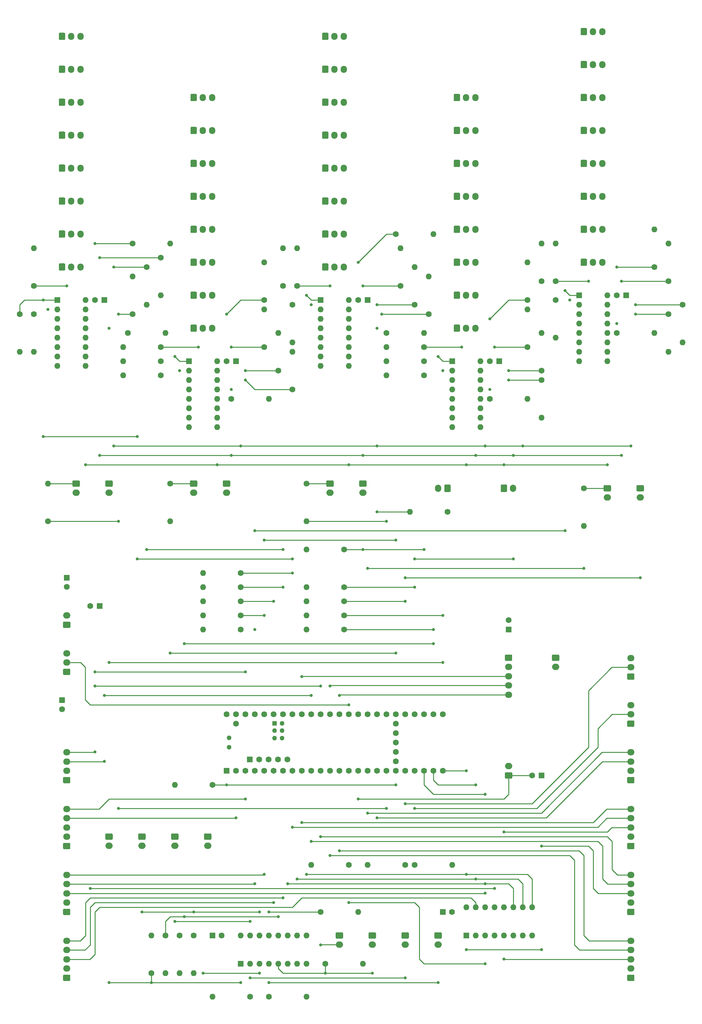
<source format=gbr>
%TF.GenerationSoftware,KiCad,Pcbnew,5.1.9*%
%TF.CreationDate,2021-03-20T19:28:51+01:00*%
%TF.ProjectId,mixer.pcb,6d697865-722e-4706-9362-2e6b69636164,0.2*%
%TF.SameCoordinates,Original*%
%TF.FileFunction,Copper,L1,Top*%
%TF.FilePolarity,Positive*%
%FSLAX46Y46*%
G04 Gerber Fmt 4.6, Leading zero omitted, Abs format (unit mm)*
G04 Created by KiCad (PCBNEW 5.1.9) date 2021-03-20 19:28:51*
%MOMM*%
%LPD*%
G01*
G04 APERTURE LIST*
%TA.AperFunction,ComponentPad*%
%ADD10C,1.600000*%
%TD*%
%TA.AperFunction,ComponentPad*%
%ADD11R,1.600000X1.600000*%
%TD*%
%TA.AperFunction,ComponentPad*%
%ADD12R,1.300000X1.300000*%
%TD*%
%TA.AperFunction,ComponentPad*%
%ADD13C,1.300000*%
%TD*%
%TA.AperFunction,ComponentPad*%
%ADD14O,2.000000X1.700000*%
%TD*%
%TA.AperFunction,ComponentPad*%
%ADD15O,1.600000X1.600000*%
%TD*%
%TA.AperFunction,ComponentPad*%
%ADD16O,1.950000X1.700000*%
%TD*%
%TA.AperFunction,ComponentPad*%
%ADD17O,1.700000X1.950000*%
%TD*%
%TA.AperFunction,ComponentPad*%
%ADD18O,1.700000X2.000000*%
%TD*%
%TA.AperFunction,ViaPad*%
%ADD19C,0.800000*%
%TD*%
%TA.AperFunction,Conductor*%
%ADD20C,0.250000*%
%TD*%
G04 APERTURE END LIST*
D10*
%TO.P,U5,49*%
%TO.N,Net-(U5-Pad49)*%
X73660000Y-205740000D03*
%TO.P,U5,59*%
%TO.N,Net-(U5-Pad59)*%
X87579200Y-215389200D03*
%TO.P,U5,58*%
%TO.N,Net-(U5-Pad58)*%
X85039200Y-215389200D03*
%TO.P,U5,57*%
%TO.N,Net-(U5-Pad57)*%
X82499200Y-215389200D03*
%TO.P,U5,56*%
%TO.N,Net-(U5-Pad56)*%
X79959200Y-215389200D03*
D11*
%TO.P,U5,55*%
%TO.N,Net-(U5-Pad55)*%
X77419200Y-215389200D03*
D10*
%TO.P,U5,48*%
%TO.N,Net-(U5-Pad48)*%
X71120000Y-203200000D03*
%TO.P,U5,47*%
%TO.N,GND*%
X73660000Y-203200000D03*
%TO.P,U5,46*%
%TO.N,Net-(3.3V_Test2-Pad1)*%
X76200000Y-203200000D03*
%TO.P,U5,45*%
%TO.N,mux_master*%
X78740000Y-203200000D03*
%TO.P,U5,44*%
%TO.N,mux_ch4*%
X81280000Y-203200000D03*
%TO.P,U5,43*%
%TO.N,mux_ch3*%
X83820000Y-203200000D03*
%TO.P,U5,42*%
%TO.N,mux_ch2*%
X86360000Y-203200000D03*
%TO.P,U5,41*%
%TO.N,mux_ch1*%
X88900000Y-203200000D03*
%TO.P,U5,40*%
%TO.N,vu_din*%
X91440000Y-203200000D03*
%TO.P,U5,39*%
%TO.N,display_sda1*%
X93980000Y-203200000D03*
%TO.P,U5,38*%
%TO.N,display_scl1*%
X96520000Y-203200000D03*
%TO.P,U5,37*%
%TO.N,vu_cs*%
X99060000Y-203200000D03*
%TO.P,U5,36*%
%TO.N,vu_clk*%
X101600000Y-203200000D03*
%TO.P,U5,35*%
%TO.N,neopixel*%
X104140000Y-203200000D03*
D11*
%TO.P,U5,1*%
%TO.N,GND*%
X71120000Y-218440000D03*
D10*
%TO.P,U5,2*%
%TO.N,rEnc0_DT*%
X73660000Y-218440000D03*
%TO.P,U5,3*%
%TO.N,rEnc0_clk*%
X76200000Y-218440000D03*
%TO.P,U5,4*%
%TO.N,rEnc1_DT*%
X78740000Y-218440000D03*
%TO.P,U5,5*%
%TO.N,rEnc1_clk*%
X81280000Y-218440000D03*
%TO.P,U5,6*%
%TO.N,rEnc2_DT*%
X83820000Y-218440000D03*
%TO.P,U5,7*%
%TO.N,rEnc2_clk*%
X86360000Y-218440000D03*
%TO.P,U5,8*%
%TO.N,rEnc3_DT*%
X88900000Y-218440000D03*
%TO.P,U5,9*%
%TO.N,rEnc3_clk*%
X91440000Y-218440000D03*
%TO.P,U5,10*%
%TO.N,rEnc4_DT*%
X93980000Y-218440000D03*
%TO.P,U5,11*%
%TO.N,rEnc4_clk*%
X96520000Y-218440000D03*
%TO.P,U5,12*%
%TO.N,rEnc5_DT*%
X99060000Y-218440000D03*
%TO.P,U5,13*%
%TO.N,rEnc5_clk*%
X101600000Y-218440000D03*
%TO.P,U5,34*%
%TO.N,GND*%
X106680000Y-203200000D03*
%TO.P,U5,33*%
%TO.N,Net-(R30-Pad2)*%
X109220000Y-203200000D03*
%TO.P,U5,32*%
%TO.N,Net-(R31-Pad2)*%
X111760000Y-203200000D03*
%TO.P,U5,31*%
%TO.N,Net-(R32-Pad2)*%
X114300000Y-203200000D03*
%TO.P,U5,30*%
%TO.N,Net-(R33-Pad2)*%
X116840000Y-203200000D03*
%TO.P,U5,29*%
%TO.N,pfl_btn_master*%
X119380000Y-203200000D03*
%TO.P,U5,28*%
%TO.N,pfl_btn_ch4*%
X121920000Y-203200000D03*
%TO.P,U5,27*%
%TO.N,pfl_btn_ch3*%
X124460000Y-203200000D03*
%TO.P,U5,26*%
%TO.N,pfl_btn_ch2*%
X127000000Y-203200000D03*
%TO.P,U5,25*%
%TO.N,pfl_btn_ch1*%
X129540000Y-203200000D03*
%TO.P,U5,24*%
%TO.N,s2*%
X129540000Y-218440000D03*
%TO.P,U5,23*%
%TO.N,s1*%
X127000000Y-218440000D03*
%TO.P,U5,22*%
%TO.N,s0*%
X124460000Y-218440000D03*
%TO.P,U5,21*%
%TO.N,pin29*%
X121920000Y-218440000D03*
%TO.P,U5,14*%
%TO.N,mux_encBtn_fx*%
X104140000Y-218440000D03*
%TO.P,U5,15*%
%TO.N,Net-(3.3V_Test1-Pad1)*%
X106680000Y-218440000D03*
%TO.P,U5,16*%
%TO.N,display_scl2*%
X109220000Y-218440000D03*
%TO.P,U5,20*%
%TO.N,pin28*%
X119380000Y-218440000D03*
%TO.P,U5,19*%
%TO.N,mux_selBtn_fx*%
X116840000Y-218440000D03*
%TO.P,U5,18*%
%TO.N,Net-(R18-Pad1)*%
X114300000Y-218440000D03*
%TO.P,U5,17*%
%TO.N,display_sda2*%
X111760000Y-218440000D03*
D12*
%TO.P,U5,60*%
%TO.N,Net-(U5-Pad60)*%
X84090000Y-205638400D03*
D13*
%TO.P,U5,65*%
%TO.N,Net-(U5-Pad65)*%
X86090000Y-205638400D03*
%TO.P,U5,61*%
%TO.N,Net-(U5-Pad61)*%
X84090000Y-207638400D03*
%TO.P,U5,64*%
%TO.N,Net-(U5-Pad64)*%
X86090000Y-207638400D03*
%TO.P,U5,63*%
%TO.N,Net-(U5-Pad63)*%
X86090000Y-209638400D03*
%TO.P,U5,62*%
%TO.N,Net-(U5-Pad62)*%
X84090000Y-209638400D03*
D10*
%TO.P,U5,50*%
%TO.N,Net-(U5-Pad50)*%
X116840000Y-215900000D03*
%TO.P,U5,51*%
%TO.N,Net-(U5-Pad51)*%
X116840000Y-213360000D03*
%TO.P,U5,52*%
%TO.N,Net-(U5-Pad52)*%
X116840000Y-210820000D03*
%TO.P,U5,53*%
%TO.N,Net-(U5-Pad53)*%
X116840000Y-208280000D03*
%TO.P,U5,54*%
%TO.N,Net-(U5-Pad54)*%
X116840000Y-205740000D03*
D13*
%TO.P,U5,67*%
%TO.N,Net-(U5-Pad67)*%
X71850000Y-212090000D03*
%TO.P,U5,66*%
%TO.N,Net-(U5-Pad66)*%
X71850000Y-209550000D03*
%TD*%
%TO.P,pfl_btn_master1,1*%
%TO.N,+3V3*%
%TA.AperFunction,ComponentPad*%
G36*
G01*
X182130000Y-141390000D02*
X183630000Y-141390000D01*
G75*
G02*
X183880000Y-141640000I0J-250000D01*
G01*
X183880000Y-142840000D01*
G75*
G02*
X183630000Y-143090000I-250000J0D01*
G01*
X182130000Y-143090000D01*
G75*
G02*
X181880000Y-142840000I0J250000D01*
G01*
X181880000Y-141640000D01*
G75*
G02*
X182130000Y-141390000I250000J0D01*
G01*
G37*
%TD.AperFunction*%
D14*
%TO.P,pfl_btn_master1,2*%
%TO.N,pfl_btn_master*%
X182880000Y-144740000D03*
%TD*%
D10*
%TO.P,R26,1*%
%TO.N,Net-(MuxCh1_13-Pad2)*%
X53340000Y-107950000D03*
D15*
%TO.P,R26,2*%
%TO.N,GND*%
X43180000Y-107950000D03*
%TD*%
D10*
%TO.P,R2,1*%
%TO.N,Net-(FX-BTNs1-Pad14)*%
X62230000Y-262890000D03*
D15*
%TO.P,R2,2*%
%TO.N,GND*%
X62230000Y-273050000D03*
%TD*%
D10*
%TO.P,R13,1*%
%TO.N,Net-(MuxCh1-Pad1)*%
X15240000Y-95250000D03*
D15*
%TO.P,R13,2*%
%TO.N,GND*%
X15240000Y-105410000D03*
%TD*%
%TO.P,FX-BTNs1,16*%
%TO.N,+3V3*%
X74930000Y-262890000D03*
%TO.P,FX-BTNs1,8*%
%TO.N,GND*%
X92710000Y-270510000D03*
%TO.P,FX-BTNs1,15*%
%TO.N,Net-(FX-BTNs1-Pad15)*%
X77470000Y-262890000D03*
%TO.P,FX-BTNs1,7*%
%TO.N,GND*%
X90170000Y-270510000D03*
%TO.P,FX-BTNs1,14*%
%TO.N,Net-(FX-BTNs1-Pad14)*%
X80010000Y-262890000D03*
%TO.P,FX-BTNs1,6*%
%TO.N,GND*%
X87630000Y-270510000D03*
%TO.P,FX-BTNs1,13*%
%TO.N,Net-(FX-BTNs1-Pad13)*%
X82550000Y-262890000D03*
%TO.P,FX-BTNs1,5*%
%TO.N,Net-(FX-BTNs1-Pad5)*%
X85090000Y-270510000D03*
%TO.P,FX-BTNs1,12*%
%TO.N,Net-(FX-BTNs1-Pad12)*%
X85090000Y-262890000D03*
%TO.P,FX-BTNs1,4*%
%TO.N,Net-(FX-BTNs1-Pad4)*%
X82550000Y-270510000D03*
%TO.P,FX-BTNs1,11*%
%TO.N,s0*%
X87630000Y-262890000D03*
%TO.P,FX-BTNs1,3*%
%TO.N,mux_selBtn_fx*%
X80010000Y-270510000D03*
%TO.P,FX-BTNs1,10*%
%TO.N,s1*%
X90170000Y-262890000D03*
%TO.P,FX-BTNs1,2*%
%TO.N,Net-(FX-BTNs1-Pad2)*%
X77470000Y-270510000D03*
%TO.P,FX-BTNs1,9*%
%TO.N,s2*%
X92710000Y-262890000D03*
D11*
%TO.P,FX-BTNs1,1*%
%TO.N,Net-(FX-BTNs1-Pad1)*%
X74930000Y-270510000D03*
%TD*%
D16*
%TO.P,fx1_enc2,5*%
%TO.N,rEnc1_clk*%
X27940000Y-246540000D03*
%TO.P,fx1_enc2,4*%
%TO.N,rEnc1_DT*%
X27940000Y-249040000D03*
%TO.P,fx1_enc2,3*%
%TO.N,Net-(fx1_enc2-Pad3)*%
X27940000Y-251540000D03*
%TO.P,fx1_enc2,2*%
%TO.N,GND*%
X27940000Y-254040000D03*
%TO.P,fx1_enc2,1*%
%TO.N,+3V3*%
%TA.AperFunction,ComponentPad*%
G36*
G01*
X28665000Y-257390000D02*
X27215000Y-257390000D01*
G75*
G02*
X26965000Y-257140000I0J250000D01*
G01*
X26965000Y-255940000D01*
G75*
G02*
X27215000Y-255690000I250000J0D01*
G01*
X28665000Y-255690000D01*
G75*
G02*
X28915000Y-255940000I0J-250000D01*
G01*
X28915000Y-257140000D01*
G75*
G02*
X28665000Y-257390000I-250000J0D01*
G01*
G37*
%TD.AperFunction*%
%TD*%
D17*
%TO.P,MuxCh1_4,3*%
%TO.N,GND*%
X31670000Y-46990000D03*
%TO.P,MuxCh1_4,2*%
%TO.N,Net-(MuxCh1-Pad12)*%
X29170000Y-46990000D03*
%TO.P,MuxCh1_4,1*%
%TO.N,+3V3*%
%TA.AperFunction,ComponentPad*%
G36*
G01*
X25820000Y-47715000D02*
X25820000Y-46265000D01*
G75*
G02*
X26070000Y-46015000I250000J0D01*
G01*
X27270000Y-46015000D01*
G75*
G02*
X27520000Y-46265000I0J-250000D01*
G01*
X27520000Y-47715000D01*
G75*
G02*
X27270000Y-47965000I-250000J0D01*
G01*
X26070000Y-47965000D01*
G75*
G02*
X25820000Y-47715000I0J250000D01*
G01*
G37*
%TD.AperFunction*%
%TD*%
%TO.P,MuxCh1_5,3*%
%TO.N,GND*%
X31670000Y-55880000D03*
%TO.P,MuxCh1_5,2*%
%TO.N,Net-(MuxCh1-Pad1)*%
X29170000Y-55880000D03*
%TO.P,MuxCh1_5,1*%
%TO.N,+3V3*%
%TA.AperFunction,ComponentPad*%
G36*
G01*
X25820000Y-56605000D02*
X25820000Y-55155000D01*
G75*
G02*
X26070000Y-54905000I250000J0D01*
G01*
X27270000Y-54905000D01*
G75*
G02*
X27520000Y-55155000I0J-250000D01*
G01*
X27520000Y-56605000D01*
G75*
G02*
X27270000Y-56855000I-250000J0D01*
G01*
X26070000Y-56855000D01*
G75*
G02*
X25820000Y-56605000I0J250000D01*
G01*
G37*
%TD.AperFunction*%
%TD*%
%TO.P,MuxCh1_2,1*%
%TO.N,+3V3*%
%TA.AperFunction,ComponentPad*%
G36*
G01*
X25820000Y-29935000D02*
X25820000Y-28485000D01*
G75*
G02*
X26070000Y-28235000I250000J0D01*
G01*
X27270000Y-28235000D01*
G75*
G02*
X27520000Y-28485000I0J-250000D01*
G01*
X27520000Y-29935000D01*
G75*
G02*
X27270000Y-30185000I-250000J0D01*
G01*
X26070000Y-30185000D01*
G75*
G02*
X25820000Y-29935000I0J250000D01*
G01*
G37*
%TD.AperFunction*%
%TO.P,MuxCh1_2,2*%
%TO.N,Net-(MuxCh1-Pad14)*%
X29170000Y-29210000D03*
%TO.P,MuxCh1_2,3*%
%TO.N,GND*%
X31670000Y-29210000D03*
%TD*%
D11*
%TO.P,MuxCh1,1*%
%TO.N,Net-(MuxCh1-Pad1)*%
X25400000Y-91440000D03*
D15*
%TO.P,MuxCh1,9*%
%TO.N,s2*%
X33020000Y-109220000D03*
%TO.P,MuxCh1,2*%
%TO.N,Net-(MuxCh1-Pad2)*%
X25400000Y-93980000D03*
%TO.P,MuxCh1,10*%
%TO.N,s1*%
X33020000Y-106680000D03*
%TO.P,MuxCh1,3*%
%TO.N,mux_ch1*%
X25400000Y-96520000D03*
%TO.P,MuxCh1,11*%
%TO.N,s0*%
X33020000Y-104140000D03*
%TO.P,MuxCh1,4*%
%TO.N,Net-(MuxCh1-Pad4)*%
X25400000Y-99060000D03*
%TO.P,MuxCh1,12*%
%TO.N,Net-(MuxCh1-Pad12)*%
X33020000Y-101600000D03*
%TO.P,MuxCh1,5*%
%TO.N,Net-(MuxCh1-Pad5)*%
X25400000Y-101600000D03*
%TO.P,MuxCh1,13*%
%TO.N,Net-(MuxCh1-Pad13)*%
X33020000Y-99060000D03*
%TO.P,MuxCh1,6*%
%TO.N,GND*%
X25400000Y-104140000D03*
%TO.P,MuxCh1,14*%
%TO.N,Net-(MuxCh1-Pad14)*%
X33020000Y-96520000D03*
%TO.P,MuxCh1,7*%
%TO.N,GND*%
X25400000Y-106680000D03*
%TO.P,MuxCh1,15*%
%TO.N,Net-(MuxCh1-Pad15)*%
X33020000Y-93980000D03*
%TO.P,MuxCh1,8*%
%TO.N,GND*%
X25400000Y-109220000D03*
%TO.P,MuxCh1,16*%
%TO.N,+3V3*%
X33020000Y-91440000D03*
%TD*%
D17*
%TO.P,MuxCh1_3,3*%
%TO.N,GND*%
X31670000Y-38100000D03*
%TO.P,MuxCh1_3,2*%
%TO.N,Net-(MuxCh1-Pad15)*%
X29170000Y-38100000D03*
%TO.P,MuxCh1_3,1*%
%TO.N,+3V3*%
%TA.AperFunction,ComponentPad*%
G36*
G01*
X25820000Y-38825000D02*
X25820000Y-37375000D01*
G75*
G02*
X26070000Y-37125000I250000J0D01*
G01*
X27270000Y-37125000D01*
G75*
G02*
X27520000Y-37375000I0J-250000D01*
G01*
X27520000Y-38825000D01*
G75*
G02*
X27270000Y-39075000I-250000J0D01*
G01*
X26070000Y-39075000D01*
G75*
G02*
X25820000Y-38825000I0J250000D01*
G01*
G37*
%TD.AperFunction*%
%TD*%
%TO.P,MuxCh1_6,1*%
%TO.N,+3V3*%
%TA.AperFunction,ComponentPad*%
G36*
G01*
X25820000Y-65495000D02*
X25820000Y-64045000D01*
G75*
G02*
X26070000Y-63795000I250000J0D01*
G01*
X27270000Y-63795000D01*
G75*
G02*
X27520000Y-64045000I0J-250000D01*
G01*
X27520000Y-65495000D01*
G75*
G02*
X27270000Y-65745000I-250000J0D01*
G01*
X26070000Y-65745000D01*
G75*
G02*
X25820000Y-65495000I0J250000D01*
G01*
G37*
%TD.AperFunction*%
%TO.P,MuxCh1_6,2*%
%TO.N,Net-(MuxCh1-Pad5)*%
X29170000Y-64770000D03*
%TO.P,MuxCh1_6,3*%
%TO.N,GND*%
X31670000Y-64770000D03*
%TD*%
%TO.P,MuxCh1_7,1*%
%TO.N,+3V3*%
%TA.AperFunction,ComponentPad*%
G36*
G01*
X25820000Y-74385000D02*
X25820000Y-72935000D01*
G75*
G02*
X26070000Y-72685000I250000J0D01*
G01*
X27270000Y-72685000D01*
G75*
G02*
X27520000Y-72935000I0J-250000D01*
G01*
X27520000Y-74385000D01*
G75*
G02*
X27270000Y-74635000I-250000J0D01*
G01*
X26070000Y-74635000D01*
G75*
G02*
X25820000Y-74385000I0J250000D01*
G01*
G37*
%TD.AperFunction*%
%TO.P,MuxCh1_7,2*%
%TO.N,Net-(MuxCh1-Pad2)*%
X29170000Y-73660000D03*
%TO.P,MuxCh1_7,3*%
%TO.N,GND*%
X31670000Y-73660000D03*
%TD*%
%TO.P,MuxCh1_8,3*%
%TO.N,GND*%
X31670000Y-82550000D03*
%TO.P,MuxCh1_8,2*%
%TO.N,Net-(MuxCh1-Pad4)*%
X29170000Y-82550000D03*
%TO.P,MuxCh1_8,1*%
%TO.N,+3V3*%
%TA.AperFunction,ComponentPad*%
G36*
G01*
X25820000Y-83275000D02*
X25820000Y-81825000D01*
G75*
G02*
X26070000Y-81575000I250000J0D01*
G01*
X27270000Y-81575000D01*
G75*
G02*
X27520000Y-81825000I0J-250000D01*
G01*
X27520000Y-83275000D01*
G75*
G02*
X27270000Y-83525000I-250000J0D01*
G01*
X26070000Y-83525000D01*
G75*
G02*
X25820000Y-83275000I0J250000D01*
G01*
G37*
%TD.AperFunction*%
%TD*%
%TO.P,MuxCh1_1,3*%
%TO.N,GND*%
X31670000Y-20320000D03*
%TO.P,MuxCh1_1,2*%
%TO.N,Net-(MuxCh1-Pad13)*%
X29170000Y-20320000D03*
%TO.P,MuxCh1_1,1*%
%TO.N,+3V3*%
%TA.AperFunction,ComponentPad*%
G36*
G01*
X25820000Y-21045000D02*
X25820000Y-19595000D01*
G75*
G02*
X26070000Y-19345000I250000J0D01*
G01*
X27270000Y-19345000D01*
G75*
G02*
X27520000Y-19595000I0J-250000D01*
G01*
X27520000Y-21045000D01*
G75*
G02*
X27270000Y-21295000I-250000J0D01*
G01*
X26070000Y-21295000D01*
G75*
G02*
X25820000Y-21045000I0J250000D01*
G01*
G37*
%TD.AperFunction*%
%TD*%
%TO.P,NeoPixel1,1*%
%TO.N,+3V3*%
%TA.AperFunction,ComponentPad*%
G36*
G01*
X28665000Y-192620000D02*
X27215000Y-192620000D01*
G75*
G02*
X26965000Y-192370000I0J250000D01*
G01*
X26965000Y-191170000D01*
G75*
G02*
X27215000Y-190920000I250000J0D01*
G01*
X28665000Y-190920000D01*
G75*
G02*
X28915000Y-191170000I0J-250000D01*
G01*
X28915000Y-192370000D01*
G75*
G02*
X28665000Y-192620000I-250000J0D01*
G01*
G37*
%TD.AperFunction*%
D16*
%TO.P,NeoPixel1,2*%
%TO.N,neopixel*%
X27940000Y-189270000D03*
%TO.P,NeoPixel1,3*%
%TO.N,GND*%
X27940000Y-186770000D03*
%TD*%
%TO.P,vu_matrix,5*%
%TO.N,vu_clk*%
X147320000Y-197960000D03*
%TO.P,vu_matrix,4*%
%TO.N,vu_cs*%
X147320000Y-195460000D03*
%TO.P,vu_matrix,3*%
%TO.N,vu_din*%
X147320000Y-192960000D03*
%TO.P,vu_matrix,2*%
%TO.N,GND*%
X147320000Y-190460000D03*
%TO.P,vu_matrix,1*%
%TO.N,+3V3*%
%TA.AperFunction,ComponentPad*%
G36*
G01*
X146595000Y-187110000D02*
X148045000Y-187110000D01*
G75*
G02*
X148295000Y-187360000I0J-250000D01*
G01*
X148295000Y-188560000D01*
G75*
G02*
X148045000Y-188810000I-250000J0D01*
G01*
X146595000Y-188810000D01*
G75*
G02*
X146345000Y-188560000I0J250000D01*
G01*
X146345000Y-187360000D01*
G75*
G02*
X146595000Y-187110000I250000J0D01*
G01*
G37*
%TD.AperFunction*%
%TD*%
%TO.P,display_1,1*%
%TO.N,+3V3*%
%TA.AperFunction,ComponentPad*%
G36*
G01*
X28665000Y-221830000D02*
X27215000Y-221830000D01*
G75*
G02*
X26965000Y-221580000I0J250000D01*
G01*
X26965000Y-220380000D01*
G75*
G02*
X27215000Y-220130000I250000J0D01*
G01*
X28665000Y-220130000D01*
G75*
G02*
X28915000Y-220380000I0J-250000D01*
G01*
X28915000Y-221580000D01*
G75*
G02*
X28665000Y-221830000I-250000J0D01*
G01*
G37*
%TD.AperFunction*%
%TO.P,display_1,2*%
%TO.N,GND*%
X27940000Y-218480000D03*
%TO.P,display_1,3*%
%TO.N,display_sda1*%
X27940000Y-215980000D03*
%TO.P,display_1,4*%
%TO.N,display_scl1*%
X27940000Y-213480000D03*
%TD*%
%TO.P,display_2,4*%
%TO.N,display_scl2*%
X180340000Y-213480000D03*
%TO.P,display_2,3*%
%TO.N,display_sda2*%
X180340000Y-215980000D03*
%TO.P,display_2,2*%
%TO.N,GND*%
X180340000Y-218480000D03*
%TO.P,display_2,1*%
%TO.N,+3V3*%
%TA.AperFunction,ComponentPad*%
G36*
G01*
X181065000Y-221830000D02*
X179615000Y-221830000D01*
G75*
G02*
X179365000Y-221580000I0J250000D01*
G01*
X179365000Y-220380000D01*
G75*
G02*
X179615000Y-220130000I250000J0D01*
G01*
X181065000Y-220130000D01*
G75*
G02*
X181315000Y-220380000I0J-250000D01*
G01*
X181315000Y-221580000D01*
G75*
G02*
X181065000Y-221830000I-250000J0D01*
G01*
G37*
%TD.AperFunction*%
%TD*%
%TO.P,fx1_btn1,1*%
%TO.N,+3V3*%
%TA.AperFunction,ComponentPad*%
G36*
G01*
X100850000Y-262040000D02*
X102350000Y-262040000D01*
G75*
G02*
X102600000Y-262290000I0J-250000D01*
G01*
X102600000Y-263490000D01*
G75*
G02*
X102350000Y-263740000I-250000J0D01*
G01*
X100850000Y-263740000D01*
G75*
G02*
X100600000Y-263490000I0J250000D01*
G01*
X100600000Y-262290000D01*
G75*
G02*
X100850000Y-262040000I250000J0D01*
G01*
G37*
%TD.AperFunction*%
D14*
%TO.P,fx1_btn1,2*%
%TO.N,Net-(FX-BTNs1-Pad13)*%
X101600000Y-265390000D03*
%TD*%
%TO.P,fx1_btn2,2*%
%TO.N,Net-(FX-BTNs1-Pad14)*%
X48260000Y-238720000D03*
%TO.P,fx1_btn2,1*%
%TO.N,+3V3*%
%TA.AperFunction,ComponentPad*%
G36*
G01*
X47510000Y-235370000D02*
X49010000Y-235370000D01*
G75*
G02*
X49260000Y-235620000I0J-250000D01*
G01*
X49260000Y-236820000D01*
G75*
G02*
X49010000Y-237070000I-250000J0D01*
G01*
X47510000Y-237070000D01*
G75*
G02*
X47260000Y-236820000I0J250000D01*
G01*
X47260000Y-235620000D01*
G75*
G02*
X47510000Y-235370000I250000J0D01*
G01*
G37*
%TD.AperFunction*%
%TD*%
%TO.P,fx1_btn3,2*%
%TO.N,Net-(FX-BTNs1-Pad15)*%
X57150000Y-238720000D03*
%TO.P,fx1_btn3,1*%
%TO.N,+3V3*%
%TA.AperFunction,ComponentPad*%
G36*
G01*
X56400000Y-235370000D02*
X57900000Y-235370000D01*
G75*
G02*
X58150000Y-235620000I0J-250000D01*
G01*
X58150000Y-236820000D01*
G75*
G02*
X57900000Y-237070000I-250000J0D01*
G01*
X56400000Y-237070000D01*
G75*
G02*
X56150000Y-236820000I0J250000D01*
G01*
X56150000Y-235620000D01*
G75*
G02*
X56400000Y-235370000I250000J0D01*
G01*
G37*
%TD.AperFunction*%
%TD*%
%TO.P,fx1_btn4,1*%
%TO.N,+3V3*%
%TA.AperFunction,ComponentPad*%
G36*
G01*
X65290000Y-235370000D02*
X66790000Y-235370000D01*
G75*
G02*
X67040000Y-235620000I0J-250000D01*
G01*
X67040000Y-236820000D01*
G75*
G02*
X66790000Y-237070000I-250000J0D01*
G01*
X65290000Y-237070000D01*
G75*
G02*
X65040000Y-236820000I0J250000D01*
G01*
X65040000Y-235620000D01*
G75*
G02*
X65290000Y-235370000I250000J0D01*
G01*
G37*
%TD.AperFunction*%
%TO.P,fx1_btn4,2*%
%TO.N,Net-(FX-BTNs1-Pad12)*%
X66040000Y-238720000D03*
%TD*%
D16*
%TO.P,fx1_enc1,5*%
%TO.N,rEnc0_clk*%
X27940000Y-228760000D03*
%TO.P,fx1_enc1,4*%
%TO.N,rEnc0_DT*%
X27940000Y-231260000D03*
%TO.P,fx1_enc1,3*%
%TO.N,Net-(fx1_enc1-Pad3)*%
X27940000Y-233760000D03*
%TO.P,fx1_enc1,2*%
%TO.N,GND*%
X27940000Y-236260000D03*
%TO.P,fx1_enc1,1*%
%TO.N,+3V3*%
%TA.AperFunction,ComponentPad*%
G36*
G01*
X28665000Y-239610000D02*
X27215000Y-239610000D01*
G75*
G02*
X26965000Y-239360000I0J250000D01*
G01*
X26965000Y-238160000D01*
G75*
G02*
X27215000Y-237910000I250000J0D01*
G01*
X28665000Y-237910000D01*
G75*
G02*
X28915000Y-238160000I0J-250000D01*
G01*
X28915000Y-239360000D01*
G75*
G02*
X28665000Y-239610000I-250000J0D01*
G01*
G37*
%TD.AperFunction*%
%TD*%
%TO.P,fx1_enc3,5*%
%TO.N,rEnc2_clk*%
X27940000Y-264320000D03*
%TO.P,fx1_enc3,4*%
%TO.N,rEnc2_DT*%
X27940000Y-266820000D03*
%TO.P,fx1_enc3,3*%
%TO.N,Net-(fx1_enc3-Pad3)*%
X27940000Y-269320000D03*
%TO.P,fx1_enc3,2*%
%TO.N,GND*%
X27940000Y-271820000D03*
%TO.P,fx1_enc3,1*%
%TO.N,+3V3*%
%TA.AperFunction,ComponentPad*%
G36*
G01*
X28665000Y-275170000D02*
X27215000Y-275170000D01*
G75*
G02*
X26965000Y-274920000I0J250000D01*
G01*
X26965000Y-273720000D01*
G75*
G02*
X27215000Y-273470000I250000J0D01*
G01*
X28665000Y-273470000D01*
G75*
G02*
X28915000Y-273720000I0J-250000D01*
G01*
X28915000Y-274920000D01*
G75*
G02*
X28665000Y-275170000I-250000J0D01*
G01*
G37*
%TD.AperFunction*%
%TD*%
D14*
%TO.P,fx2_btn1,2*%
%TO.N,Net-(FX-BTNs1-Pad1)*%
X39370000Y-238720000D03*
%TO.P,fx2_btn1,1*%
%TO.N,+3V3*%
%TA.AperFunction,ComponentPad*%
G36*
G01*
X38620000Y-235370000D02*
X40120000Y-235370000D01*
G75*
G02*
X40370000Y-235620000I0J-250000D01*
G01*
X40370000Y-236820000D01*
G75*
G02*
X40120000Y-237070000I-250000J0D01*
G01*
X38620000Y-237070000D01*
G75*
G02*
X38370000Y-236820000I0J250000D01*
G01*
X38370000Y-235620000D01*
G75*
G02*
X38620000Y-235370000I250000J0D01*
G01*
G37*
%TD.AperFunction*%
%TD*%
%TO.P,fx2_btn2,1*%
%TO.N,+3V3*%
%TA.AperFunction,ComponentPad*%
G36*
G01*
X109740000Y-262040000D02*
X111240000Y-262040000D01*
G75*
G02*
X111490000Y-262290000I0J-250000D01*
G01*
X111490000Y-263490000D01*
G75*
G02*
X111240000Y-263740000I-250000J0D01*
G01*
X109740000Y-263740000D01*
G75*
G02*
X109490000Y-263490000I0J250000D01*
G01*
X109490000Y-262290000D01*
G75*
G02*
X109740000Y-262040000I250000J0D01*
G01*
G37*
%TD.AperFunction*%
%TO.P,fx2_btn2,2*%
%TO.N,Net-(FX-BTNs1-Pad5)*%
X110490000Y-265390000D03*
%TD*%
%TO.P,fx2_btn3,2*%
%TO.N,Net-(FX-BTNs1-Pad2)*%
X119380000Y-265390000D03*
%TO.P,fx2_btn3,1*%
%TO.N,+3V3*%
%TA.AperFunction,ComponentPad*%
G36*
G01*
X118630000Y-262040000D02*
X120130000Y-262040000D01*
G75*
G02*
X120380000Y-262290000I0J-250000D01*
G01*
X120380000Y-263490000D01*
G75*
G02*
X120130000Y-263740000I-250000J0D01*
G01*
X118630000Y-263740000D01*
G75*
G02*
X118380000Y-263490000I0J250000D01*
G01*
X118380000Y-262290000D01*
G75*
G02*
X118630000Y-262040000I250000J0D01*
G01*
G37*
%TD.AperFunction*%
%TD*%
%TO.P,fx2_btn4,1*%
%TO.N,+3V3*%
%TA.AperFunction,ComponentPad*%
G36*
G01*
X127520000Y-262040000D02*
X129020000Y-262040000D01*
G75*
G02*
X129270000Y-262290000I0J-250000D01*
G01*
X129270000Y-263490000D01*
G75*
G02*
X129020000Y-263740000I-250000J0D01*
G01*
X127520000Y-263740000D01*
G75*
G02*
X127270000Y-263490000I0J250000D01*
G01*
X127270000Y-262290000D01*
G75*
G02*
X127520000Y-262040000I250000J0D01*
G01*
G37*
%TD.AperFunction*%
%TO.P,fx2_btn4,2*%
%TO.N,Net-(FX-BTNs1-Pad4)*%
X128270000Y-265390000D03*
%TD*%
%TO.P,fx2_enc1,1*%
%TO.N,+3V3*%
%TA.AperFunction,ComponentPad*%
G36*
G01*
X181065000Y-239610000D02*
X179615000Y-239610000D01*
G75*
G02*
X179365000Y-239360000I0J250000D01*
G01*
X179365000Y-238160000D01*
G75*
G02*
X179615000Y-237910000I250000J0D01*
G01*
X181065000Y-237910000D01*
G75*
G02*
X181315000Y-238160000I0J-250000D01*
G01*
X181315000Y-239360000D01*
G75*
G02*
X181065000Y-239610000I-250000J0D01*
G01*
G37*
%TD.AperFunction*%
D16*
%TO.P,fx2_enc1,2*%
%TO.N,GND*%
X180340000Y-236260000D03*
%TO.P,fx2_enc1,3*%
%TO.N,Net-(fx2_enc1-Pad3)*%
X180340000Y-233760000D03*
%TO.P,fx2_enc1,4*%
%TO.N,rEnc3_DT*%
X180340000Y-231260000D03*
%TO.P,fx2_enc1,5*%
%TO.N,rEnc3_clk*%
X180340000Y-228760000D03*
%TD*%
%TO.P,fx2_enc2,5*%
%TO.N,rEnc4_clk*%
X180340000Y-246540000D03*
%TO.P,fx2_enc2,4*%
%TO.N,rEnc4_DT*%
X180340000Y-249040000D03*
%TO.P,fx2_enc2,3*%
%TO.N,Net-(fx2_enc2-Pad3)*%
X180340000Y-251540000D03*
%TO.P,fx2_enc2,2*%
%TO.N,GND*%
X180340000Y-254040000D03*
%TO.P,fx2_enc2,1*%
%TO.N,+3V3*%
%TA.AperFunction,ComponentPad*%
G36*
G01*
X181065000Y-257390000D02*
X179615000Y-257390000D01*
G75*
G02*
X179365000Y-257140000I0J250000D01*
G01*
X179365000Y-255940000D01*
G75*
G02*
X179615000Y-255690000I250000J0D01*
G01*
X181065000Y-255690000D01*
G75*
G02*
X181315000Y-255940000I0J-250000D01*
G01*
X181315000Y-257140000D01*
G75*
G02*
X181065000Y-257390000I-250000J0D01*
G01*
G37*
%TD.AperFunction*%
%TD*%
%TO.P,fx2_enc3,1*%
%TO.N,+3V3*%
%TA.AperFunction,ComponentPad*%
G36*
G01*
X181065000Y-275170000D02*
X179615000Y-275170000D01*
G75*
G02*
X179365000Y-274920000I0J250000D01*
G01*
X179365000Y-273720000D01*
G75*
G02*
X179615000Y-273470000I250000J0D01*
G01*
X181065000Y-273470000D01*
G75*
G02*
X181315000Y-273720000I0J-250000D01*
G01*
X181315000Y-274920000D01*
G75*
G02*
X181065000Y-275170000I-250000J0D01*
G01*
G37*
%TD.AperFunction*%
%TO.P,fx2_enc3,2*%
%TO.N,GND*%
X180340000Y-271820000D03*
%TO.P,fx2_enc3,3*%
%TO.N,Net-(fx2_enc3-Pad3)*%
X180340000Y-269320000D03*
%TO.P,fx2_enc3,4*%
%TO.N,rEnc5_DT*%
X180340000Y-266820000D03*
%TO.P,fx2_enc3,5*%
%TO.N,rEnc5_clk*%
X180340000Y-264320000D03*
%TD*%
D11*
%TO.P,fxEncBtns1,1*%
%TO.N,Net-(fx2_enc2-Pad3)*%
X135890000Y-262890000D03*
D15*
%TO.P,fxEncBtns1,9*%
%TO.N,s2*%
X153670000Y-255270000D03*
%TO.P,fxEncBtns1,2*%
%TO.N,Net-(fxEncBtns1-Pad2)*%
X138430000Y-262890000D03*
%TO.P,fxEncBtns1,10*%
%TO.N,s1*%
X151130000Y-255270000D03*
%TO.P,fxEncBtns1,3*%
%TO.N,mux_encBtn_fx*%
X140970000Y-262890000D03*
%TO.P,fxEncBtns1,11*%
%TO.N,s0*%
X148590000Y-255270000D03*
%TO.P,fxEncBtns1,4*%
%TO.N,Net-(fxEncBtns1-Pad4)*%
X143510000Y-262890000D03*
%TO.P,fxEncBtns1,12*%
%TO.N,Net-(fx2_enc1-Pad3)*%
X146050000Y-255270000D03*
%TO.P,fxEncBtns1,5*%
%TO.N,Net-(fx2_enc3-Pad3)*%
X146050000Y-262890000D03*
%TO.P,fxEncBtns1,13*%
%TO.N,Net-(fx1_enc1-Pad3)*%
X143510000Y-255270000D03*
%TO.P,fxEncBtns1,6*%
%TO.N,GND*%
X148590000Y-262890000D03*
%TO.P,fxEncBtns1,14*%
%TO.N,Net-(fx1_enc2-Pad3)*%
X140970000Y-255270000D03*
%TO.P,fxEncBtns1,7*%
%TO.N,GND*%
X151130000Y-262890000D03*
%TO.P,fxEncBtns1,15*%
%TO.N,Net-(fx1_enc3-Pad3)*%
X138430000Y-255270000D03*
%TO.P,fxEncBtns1,8*%
%TO.N,GND*%
X153670000Y-262890000D03*
%TO.P,fxEncBtns1,16*%
%TO.N,+3V3*%
X135890000Y-255270000D03*
%TD*%
%TO.P,pfl_btn_1,1*%
%TO.N,+3V3*%
%TA.AperFunction,ComponentPad*%
G36*
G01*
X38620000Y-140120000D02*
X40120000Y-140120000D01*
G75*
G02*
X40370000Y-140370000I0J-250000D01*
G01*
X40370000Y-141570000D01*
G75*
G02*
X40120000Y-141820000I-250000J0D01*
G01*
X38620000Y-141820000D01*
G75*
G02*
X38370000Y-141570000I0J250000D01*
G01*
X38370000Y-140370000D01*
G75*
G02*
X38620000Y-140120000I250000J0D01*
G01*
G37*
%TD.AperFunction*%
D14*
%TO.P,pfl_btn_1,2*%
%TO.N,pfl_btn_ch1*%
X39370000Y-143470000D03*
%TD*%
%TO.P,pfl_btn_2,2*%
%TO.N,pfl_btn_ch2*%
X71120000Y-143470000D03*
%TO.P,pfl_btn_2,1*%
%TO.N,+3V3*%
%TA.AperFunction,ComponentPad*%
G36*
G01*
X70370000Y-140120000D02*
X71870000Y-140120000D01*
G75*
G02*
X72120000Y-140370000I0J-250000D01*
G01*
X72120000Y-141570000D01*
G75*
G02*
X71870000Y-141820000I-250000J0D01*
G01*
X70370000Y-141820000D01*
G75*
G02*
X70120000Y-141570000I0J250000D01*
G01*
X70120000Y-140370000D01*
G75*
G02*
X70370000Y-140120000I250000J0D01*
G01*
G37*
%TD.AperFunction*%
%TD*%
%TO.P,pfl_btn_3,1*%
%TO.N,+3V3*%
%TA.AperFunction,ComponentPad*%
G36*
G01*
X107200000Y-140120000D02*
X108700000Y-140120000D01*
G75*
G02*
X108950000Y-140370000I0J-250000D01*
G01*
X108950000Y-141570000D01*
G75*
G02*
X108700000Y-141820000I-250000J0D01*
G01*
X107200000Y-141820000D01*
G75*
G02*
X106950000Y-141570000I0J250000D01*
G01*
X106950000Y-140370000D01*
G75*
G02*
X107200000Y-140120000I250000J0D01*
G01*
G37*
%TD.AperFunction*%
%TO.P,pfl_btn_3,2*%
%TO.N,pfl_btn_ch3*%
X107950000Y-143470000D03*
%TD*%
D18*
%TO.P,pfl_btn_4,2*%
%TO.N,pfl_btn_ch4*%
X148550000Y-142240000D03*
%TO.P,pfl_btn_4,1*%
%TO.N,+3V3*%
%TA.AperFunction,ComponentPad*%
G36*
G01*
X145200000Y-142990000D02*
X145200000Y-141490000D01*
G75*
G02*
X145450000Y-141240000I250000J0D01*
G01*
X146650000Y-141240000D01*
G75*
G02*
X146900000Y-141490000I0J-250000D01*
G01*
X146900000Y-142990000D01*
G75*
G02*
X146650000Y-143240000I-250000J0D01*
G01*
X145450000Y-143240000D01*
G75*
G02*
X145200000Y-142990000I0J250000D01*
G01*
G37*
%TD.AperFunction*%
%TD*%
D14*
%TO.P,pfl_led_1,2*%
%TO.N,GND*%
X30480000Y-143470000D03*
%TO.P,pfl_led_1,1*%
%TO.N,pfl_led_ch1*%
%TA.AperFunction,ComponentPad*%
G36*
G01*
X29730000Y-140120000D02*
X31230000Y-140120000D01*
G75*
G02*
X31480000Y-140370000I0J-250000D01*
G01*
X31480000Y-141570000D01*
G75*
G02*
X31230000Y-141820000I-250000J0D01*
G01*
X29730000Y-141820000D01*
G75*
G02*
X29480000Y-141570000I0J250000D01*
G01*
X29480000Y-140370000D01*
G75*
G02*
X29730000Y-140120000I250000J0D01*
G01*
G37*
%TD.AperFunction*%
%TD*%
%TO.P,pfl_led_2,1*%
%TO.N,pfl_led_ch2*%
%TA.AperFunction,ComponentPad*%
G36*
G01*
X61480000Y-140120000D02*
X62980000Y-140120000D01*
G75*
G02*
X63230000Y-140370000I0J-250000D01*
G01*
X63230000Y-141570000D01*
G75*
G02*
X62980000Y-141820000I-250000J0D01*
G01*
X61480000Y-141820000D01*
G75*
G02*
X61230000Y-141570000I0J250000D01*
G01*
X61230000Y-140370000D01*
G75*
G02*
X61480000Y-140120000I250000J0D01*
G01*
G37*
%TD.AperFunction*%
%TO.P,pfl_led_2,2*%
%TO.N,GND*%
X62230000Y-143470000D03*
%TD*%
%TO.P,pfl_led_3,1*%
%TO.N,pfl_led_ch3*%
%TA.AperFunction,ComponentPad*%
G36*
G01*
X98310000Y-140120000D02*
X99810000Y-140120000D01*
G75*
G02*
X100060000Y-140370000I0J-250000D01*
G01*
X100060000Y-141570000D01*
G75*
G02*
X99810000Y-141820000I-250000J0D01*
G01*
X98310000Y-141820000D01*
G75*
G02*
X98060000Y-141570000I0J250000D01*
G01*
X98060000Y-140370000D01*
G75*
G02*
X98310000Y-140120000I250000J0D01*
G01*
G37*
%TD.AperFunction*%
%TO.P,pfl_led_3,2*%
%TO.N,GND*%
X99060000Y-143470000D03*
%TD*%
D18*
%TO.P,pfl_led_4,2*%
%TO.N,GND*%
X128310000Y-142240000D03*
%TO.P,pfl_led_4,1*%
%TO.N,pfl_led_ch4*%
%TA.AperFunction,ComponentPad*%
G36*
G01*
X131660000Y-141490000D02*
X131660000Y-142990000D01*
G75*
G02*
X131410000Y-143240000I-250000J0D01*
G01*
X130210000Y-143240000D01*
G75*
G02*
X129960000Y-142990000I0J250000D01*
G01*
X129960000Y-141490000D01*
G75*
G02*
X130210000Y-141240000I250000J0D01*
G01*
X131410000Y-141240000D01*
G75*
G02*
X131660000Y-141490000I0J-250000D01*
G01*
G37*
%TD.AperFunction*%
%TD*%
D14*
%TO.P,pfl_led_master1,2*%
%TO.N,GND*%
X173990000Y-144740000D03*
%TO.P,pfl_led_master1,1*%
%TO.N,pfl_led_master*%
%TA.AperFunction,ComponentPad*%
G36*
G01*
X173240000Y-141390000D02*
X174740000Y-141390000D01*
G75*
G02*
X174990000Y-141640000I0J-250000D01*
G01*
X174990000Y-142840000D01*
G75*
G02*
X174740000Y-143090000I-250000J0D01*
G01*
X173240000Y-143090000D01*
G75*
G02*
X172990000Y-142840000I0J250000D01*
G01*
X172990000Y-141640000D01*
G75*
G02*
X173240000Y-141390000I250000J0D01*
G01*
G37*
%TD.AperFunction*%
%TD*%
D16*
%TO.P,spare28,3*%
%TO.N,GND*%
X180340000Y-188040000D03*
%TO.P,spare28,2*%
%TO.N,pin28*%
X180340000Y-190540000D03*
%TO.P,spare28,1*%
%TO.N,+3V3*%
%TA.AperFunction,ComponentPad*%
G36*
G01*
X181065000Y-193890000D02*
X179615000Y-193890000D01*
G75*
G02*
X179365000Y-193640000I0J250000D01*
G01*
X179365000Y-192440000D01*
G75*
G02*
X179615000Y-192190000I250000J0D01*
G01*
X181065000Y-192190000D01*
G75*
G02*
X181315000Y-192440000I0J-250000D01*
G01*
X181315000Y-193640000D01*
G75*
G02*
X181065000Y-193890000I-250000J0D01*
G01*
G37*
%TD.AperFunction*%
%TD*%
%TO.P,spare29,3*%
%TO.N,GND*%
X180340000Y-200740000D03*
%TO.P,spare29,2*%
%TO.N,pin29*%
X180340000Y-203240000D03*
%TO.P,spare29,1*%
%TO.N,+3V3*%
%TA.AperFunction,ComponentPad*%
G36*
G01*
X181065000Y-206590000D02*
X179615000Y-206590000D01*
G75*
G02*
X179365000Y-206340000I0J250000D01*
G01*
X179365000Y-205140000D01*
G75*
G02*
X179615000Y-204890000I250000J0D01*
G01*
X181065000Y-204890000D01*
G75*
G02*
X181315000Y-205140000I0J-250000D01*
G01*
X181315000Y-206340000D01*
G75*
G02*
X181065000Y-206590000I-250000J0D01*
G01*
G37*
%TD.AperFunction*%
%TD*%
D11*
%TO.P,C1,1*%
%TO.N,+3V3*%
X26670000Y-199390000D03*
D10*
%TO.P,C1,2*%
%TO.N,GND*%
X26670000Y-201890000D03*
%TD*%
D15*
%TO.P,MuxCh2,16*%
%TO.N,+3V3*%
X68580000Y-107950000D03*
%TO.P,MuxCh2,8*%
%TO.N,GND*%
X60960000Y-125730000D03*
%TO.P,MuxCh2,15*%
%TO.N,Net-(MuxCh1_11-Pad2)*%
X68580000Y-110490000D03*
%TO.P,MuxCh2,7*%
%TO.N,GND*%
X60960000Y-123190000D03*
%TO.P,MuxCh2,14*%
%TO.N,Net-(MuxCh1_10-Pad2)*%
X68580000Y-113030000D03*
%TO.P,MuxCh2,6*%
%TO.N,GND*%
X60960000Y-120650000D03*
%TO.P,MuxCh2,13*%
%TO.N,Net-(MuxCh1_9-Pad2)*%
X68580000Y-115570000D03*
%TO.P,MuxCh2,5*%
%TO.N,Net-(MuxCh1_14-Pad2)*%
X60960000Y-118110000D03*
%TO.P,MuxCh2,12*%
%TO.N,Net-(MuxCh1_12-Pad2)*%
X68580000Y-118110000D03*
%TO.P,MuxCh2,4*%
%TO.N,Net-(MuxCh1_16-Pad2)*%
X60960000Y-115570000D03*
%TO.P,MuxCh2,11*%
%TO.N,s0*%
X68580000Y-120650000D03*
%TO.P,MuxCh2,3*%
%TO.N,mux_ch2*%
X60960000Y-113030000D03*
%TO.P,MuxCh2,10*%
%TO.N,s1*%
X68580000Y-123190000D03*
%TO.P,MuxCh2,2*%
%TO.N,Net-(MuxCh1_15-Pad2)*%
X60960000Y-110490000D03*
%TO.P,MuxCh2,9*%
%TO.N,s2*%
X68580000Y-125730000D03*
D11*
%TO.P,MuxCh2,1*%
%TO.N,Net-(MuxCh1_13-Pad2)*%
X60960000Y-107950000D03*
%TD*%
D15*
%TO.P,MuxCh3,16*%
%TO.N,+3V3*%
X104140000Y-91440000D03*
%TO.P,MuxCh3,8*%
%TO.N,GND*%
X96520000Y-109220000D03*
%TO.P,MuxCh3,15*%
%TO.N,Net-(MuxCh1_19-Pad2)*%
X104140000Y-93980000D03*
%TO.P,MuxCh3,7*%
%TO.N,GND*%
X96520000Y-106680000D03*
%TO.P,MuxCh3,14*%
%TO.N,Net-(MuxCh1_18-Pad2)*%
X104140000Y-96520000D03*
%TO.P,MuxCh3,6*%
%TO.N,GND*%
X96520000Y-104140000D03*
%TO.P,MuxCh3,13*%
%TO.N,Net-(MuxCh1_17-Pad2)*%
X104140000Y-99060000D03*
%TO.P,MuxCh3,5*%
%TO.N,Net-(MuxCh1_22-Pad2)*%
X96520000Y-101600000D03*
%TO.P,MuxCh3,12*%
%TO.N,Net-(MuxCh1_20-Pad2)*%
X104140000Y-101600000D03*
%TO.P,MuxCh3,4*%
%TO.N,Net-(MuxCh1_24-Pad2)*%
X96520000Y-99060000D03*
%TO.P,MuxCh3,11*%
%TO.N,s0*%
X104140000Y-104140000D03*
%TO.P,MuxCh3,3*%
%TO.N,mux_ch3*%
X96520000Y-96520000D03*
%TO.P,MuxCh3,10*%
%TO.N,s1*%
X104140000Y-106680000D03*
%TO.P,MuxCh3,2*%
%TO.N,Net-(MuxCh1_23-Pad2)*%
X96520000Y-93980000D03*
%TO.P,MuxCh3,9*%
%TO.N,s2*%
X104140000Y-109220000D03*
D11*
%TO.P,MuxCh3,1*%
%TO.N,Net-(MuxCh1_21-Pad2)*%
X96520000Y-91440000D03*
%TD*%
%TO.P,MuxCh4,1*%
%TO.N,Net-(MuxCh1_29-Pad2)*%
X132080000Y-107950000D03*
D15*
%TO.P,MuxCh4,9*%
%TO.N,s2*%
X139700000Y-125730000D03*
%TO.P,MuxCh4,2*%
%TO.N,Net-(MuxCh1_31-Pad2)*%
X132080000Y-110490000D03*
%TO.P,MuxCh4,10*%
%TO.N,s1*%
X139700000Y-123190000D03*
%TO.P,MuxCh4,3*%
%TO.N,mux_ch4*%
X132080000Y-113030000D03*
%TO.P,MuxCh4,11*%
%TO.N,s0*%
X139700000Y-120650000D03*
%TO.P,MuxCh4,4*%
%TO.N,Net-(MuxCh1_32-Pad2)*%
X132080000Y-115570000D03*
%TO.P,MuxCh4,12*%
%TO.N,Net-(MuxCh1_28-Pad2)*%
X139700000Y-118110000D03*
%TO.P,MuxCh4,5*%
%TO.N,Net-(MuxCh1_30-Pad2)*%
X132080000Y-118110000D03*
%TO.P,MuxCh4,13*%
%TO.N,Net-(MuxCh1_25-Pad2)*%
X139700000Y-115570000D03*
%TO.P,MuxCh4,6*%
%TO.N,GND*%
X132080000Y-120650000D03*
%TO.P,MuxCh4,14*%
%TO.N,Net-(MuxCh1_26-Pad2)*%
X139700000Y-113030000D03*
%TO.P,MuxCh4,7*%
%TO.N,GND*%
X132080000Y-123190000D03*
%TO.P,MuxCh4,15*%
%TO.N,Net-(MuxCh1_27-Pad2)*%
X139700000Y-110490000D03*
%TO.P,MuxCh4,8*%
%TO.N,GND*%
X132080000Y-125730000D03*
%TO.P,MuxCh4,16*%
%TO.N,+3V3*%
X139700000Y-107950000D03*
%TD*%
D11*
%TO.P,MuxCh5,1*%
%TO.N,Net-(MuxCh1_37-Pad2)*%
X166370000Y-90170000D03*
D15*
%TO.P,MuxCh5,9*%
%TO.N,s2*%
X173990000Y-107950000D03*
%TO.P,MuxCh5,2*%
%TO.N,Net-(MuxCh1_39-Pad2)*%
X166370000Y-92710000D03*
%TO.P,MuxCh5,10*%
%TO.N,s1*%
X173990000Y-105410000D03*
%TO.P,MuxCh5,3*%
%TO.N,mux_master*%
X166370000Y-95250000D03*
%TO.P,MuxCh5,11*%
%TO.N,s0*%
X173990000Y-102870000D03*
%TO.P,MuxCh5,4*%
%TO.N,Net-(MuxCh1_40-Pad2)*%
X166370000Y-97790000D03*
%TO.P,MuxCh5,12*%
%TO.N,Net-(MuxCh1_36-Pad2)*%
X173990000Y-100330000D03*
%TO.P,MuxCh5,5*%
%TO.N,Net-(MuxCh1_38-Pad2)*%
X166370000Y-100330000D03*
%TO.P,MuxCh5,13*%
%TO.N,Net-(MuxCh1_33-Pad2)*%
X173990000Y-97790000D03*
%TO.P,MuxCh5,6*%
%TO.N,GND*%
X166370000Y-102870000D03*
%TO.P,MuxCh5,14*%
%TO.N,Net-(MuxCh1_34-Pad2)*%
X173990000Y-95250000D03*
%TO.P,MuxCh5,7*%
%TO.N,GND*%
X166370000Y-105410000D03*
%TO.P,MuxCh5,15*%
%TO.N,Net-(MuxCh1_35-Pad2)*%
X173990000Y-92710000D03*
%TO.P,MuxCh5,8*%
%TO.N,GND*%
X166370000Y-107950000D03*
%TO.P,MuxCh5,16*%
%TO.N,+3V3*%
X173990000Y-90170000D03*
%TD*%
D17*
%TO.P,MuxCh2_1,3*%
%TO.N,GND*%
X67230000Y-36830000D03*
%TO.P,MuxCh2_1,2*%
%TO.N,Net-(MuxCh1_9-Pad2)*%
X64730000Y-36830000D03*
%TO.P,MuxCh2_1,1*%
%TO.N,+3V3*%
%TA.AperFunction,ComponentPad*%
G36*
G01*
X61380000Y-37555000D02*
X61380000Y-36105000D01*
G75*
G02*
X61630000Y-35855000I250000J0D01*
G01*
X62830000Y-35855000D01*
G75*
G02*
X63080000Y-36105000I0J-250000D01*
G01*
X63080000Y-37555000D01*
G75*
G02*
X62830000Y-37805000I-250000J0D01*
G01*
X61630000Y-37805000D01*
G75*
G02*
X61380000Y-37555000I0J250000D01*
G01*
G37*
%TD.AperFunction*%
%TD*%
%TO.P,MuxCh2_2,3*%
%TO.N,GND*%
X67230000Y-45720000D03*
%TO.P,MuxCh2_2,2*%
%TO.N,Net-(MuxCh1_10-Pad2)*%
X64730000Y-45720000D03*
%TO.P,MuxCh2_2,1*%
%TO.N,+3V3*%
%TA.AperFunction,ComponentPad*%
G36*
G01*
X61380000Y-46445000D02*
X61380000Y-44995000D01*
G75*
G02*
X61630000Y-44745000I250000J0D01*
G01*
X62830000Y-44745000D01*
G75*
G02*
X63080000Y-44995000I0J-250000D01*
G01*
X63080000Y-46445000D01*
G75*
G02*
X62830000Y-46695000I-250000J0D01*
G01*
X61630000Y-46695000D01*
G75*
G02*
X61380000Y-46445000I0J250000D01*
G01*
G37*
%TD.AperFunction*%
%TD*%
%TO.P,MuxCh2_3,1*%
%TO.N,+3V3*%
%TA.AperFunction,ComponentPad*%
G36*
G01*
X61380000Y-55335000D02*
X61380000Y-53885000D01*
G75*
G02*
X61630000Y-53635000I250000J0D01*
G01*
X62830000Y-53635000D01*
G75*
G02*
X63080000Y-53885000I0J-250000D01*
G01*
X63080000Y-55335000D01*
G75*
G02*
X62830000Y-55585000I-250000J0D01*
G01*
X61630000Y-55585000D01*
G75*
G02*
X61380000Y-55335000I0J250000D01*
G01*
G37*
%TD.AperFunction*%
%TO.P,MuxCh2_3,2*%
%TO.N,Net-(MuxCh1_11-Pad2)*%
X64730000Y-54610000D03*
%TO.P,MuxCh2_3,3*%
%TO.N,GND*%
X67230000Y-54610000D03*
%TD*%
%TO.P,MuxCh2_4,1*%
%TO.N,+3V3*%
%TA.AperFunction,ComponentPad*%
G36*
G01*
X61380000Y-64225000D02*
X61380000Y-62775000D01*
G75*
G02*
X61630000Y-62525000I250000J0D01*
G01*
X62830000Y-62525000D01*
G75*
G02*
X63080000Y-62775000I0J-250000D01*
G01*
X63080000Y-64225000D01*
G75*
G02*
X62830000Y-64475000I-250000J0D01*
G01*
X61630000Y-64475000D01*
G75*
G02*
X61380000Y-64225000I0J250000D01*
G01*
G37*
%TD.AperFunction*%
%TO.P,MuxCh2_4,2*%
%TO.N,Net-(MuxCh1_12-Pad2)*%
X64730000Y-63500000D03*
%TO.P,MuxCh2_4,3*%
%TO.N,GND*%
X67230000Y-63500000D03*
%TD*%
%TO.P,MuxCh2_5,1*%
%TO.N,+3V3*%
%TA.AperFunction,ComponentPad*%
G36*
G01*
X61380000Y-73115000D02*
X61380000Y-71665000D01*
G75*
G02*
X61630000Y-71415000I250000J0D01*
G01*
X62830000Y-71415000D01*
G75*
G02*
X63080000Y-71665000I0J-250000D01*
G01*
X63080000Y-73115000D01*
G75*
G02*
X62830000Y-73365000I-250000J0D01*
G01*
X61630000Y-73365000D01*
G75*
G02*
X61380000Y-73115000I0J250000D01*
G01*
G37*
%TD.AperFunction*%
%TO.P,MuxCh2_5,2*%
%TO.N,Net-(MuxCh1_13-Pad2)*%
X64730000Y-72390000D03*
%TO.P,MuxCh2_5,3*%
%TO.N,GND*%
X67230000Y-72390000D03*
%TD*%
%TO.P,MuxCh2_6,3*%
%TO.N,GND*%
X67230000Y-81280000D03*
%TO.P,MuxCh2_6,2*%
%TO.N,Net-(MuxCh1_14-Pad2)*%
X64730000Y-81280000D03*
%TO.P,MuxCh2_6,1*%
%TO.N,+3V3*%
%TA.AperFunction,ComponentPad*%
G36*
G01*
X61380000Y-82005000D02*
X61380000Y-80555000D01*
G75*
G02*
X61630000Y-80305000I250000J0D01*
G01*
X62830000Y-80305000D01*
G75*
G02*
X63080000Y-80555000I0J-250000D01*
G01*
X63080000Y-82005000D01*
G75*
G02*
X62830000Y-82255000I-250000J0D01*
G01*
X61630000Y-82255000D01*
G75*
G02*
X61380000Y-82005000I0J250000D01*
G01*
G37*
%TD.AperFunction*%
%TD*%
%TO.P,MuxCh2_7,3*%
%TO.N,GND*%
X67230000Y-90170000D03*
%TO.P,MuxCh2_7,2*%
%TO.N,Net-(MuxCh1_15-Pad2)*%
X64730000Y-90170000D03*
%TO.P,MuxCh2_7,1*%
%TO.N,+3V3*%
%TA.AperFunction,ComponentPad*%
G36*
G01*
X61380000Y-90895000D02*
X61380000Y-89445000D01*
G75*
G02*
X61630000Y-89195000I250000J0D01*
G01*
X62830000Y-89195000D01*
G75*
G02*
X63080000Y-89445000I0J-250000D01*
G01*
X63080000Y-90895000D01*
G75*
G02*
X62830000Y-91145000I-250000J0D01*
G01*
X61630000Y-91145000D01*
G75*
G02*
X61380000Y-90895000I0J250000D01*
G01*
G37*
%TD.AperFunction*%
%TD*%
%TO.P,MuxCh2_8,1*%
%TO.N,+3V3*%
%TA.AperFunction,ComponentPad*%
G36*
G01*
X61380000Y-99785000D02*
X61380000Y-98335000D01*
G75*
G02*
X61630000Y-98085000I250000J0D01*
G01*
X62830000Y-98085000D01*
G75*
G02*
X63080000Y-98335000I0J-250000D01*
G01*
X63080000Y-99785000D01*
G75*
G02*
X62830000Y-100035000I-250000J0D01*
G01*
X61630000Y-100035000D01*
G75*
G02*
X61380000Y-99785000I0J250000D01*
G01*
G37*
%TD.AperFunction*%
%TO.P,MuxCh2_8,2*%
%TO.N,Net-(MuxCh1_16-Pad2)*%
X64730000Y-99060000D03*
%TO.P,MuxCh2_8,3*%
%TO.N,GND*%
X67230000Y-99060000D03*
%TD*%
%TO.P,MuxCh3_1,1*%
%TO.N,+3V3*%
%TA.AperFunction,ComponentPad*%
G36*
G01*
X96940000Y-21045000D02*
X96940000Y-19595000D01*
G75*
G02*
X97190000Y-19345000I250000J0D01*
G01*
X98390000Y-19345000D01*
G75*
G02*
X98640000Y-19595000I0J-250000D01*
G01*
X98640000Y-21045000D01*
G75*
G02*
X98390000Y-21295000I-250000J0D01*
G01*
X97190000Y-21295000D01*
G75*
G02*
X96940000Y-21045000I0J250000D01*
G01*
G37*
%TD.AperFunction*%
%TO.P,MuxCh3_1,2*%
%TO.N,Net-(MuxCh1_17-Pad2)*%
X100290000Y-20320000D03*
%TO.P,MuxCh3_1,3*%
%TO.N,GND*%
X102790000Y-20320000D03*
%TD*%
%TO.P,MuxCh3_2,3*%
%TO.N,GND*%
X102790000Y-29210000D03*
%TO.P,MuxCh3_2,2*%
%TO.N,Net-(MuxCh1_18-Pad2)*%
X100290000Y-29210000D03*
%TO.P,MuxCh3_2,1*%
%TO.N,+3V3*%
%TA.AperFunction,ComponentPad*%
G36*
G01*
X96940000Y-29935000D02*
X96940000Y-28485000D01*
G75*
G02*
X97190000Y-28235000I250000J0D01*
G01*
X98390000Y-28235000D01*
G75*
G02*
X98640000Y-28485000I0J-250000D01*
G01*
X98640000Y-29935000D01*
G75*
G02*
X98390000Y-30185000I-250000J0D01*
G01*
X97190000Y-30185000D01*
G75*
G02*
X96940000Y-29935000I0J250000D01*
G01*
G37*
%TD.AperFunction*%
%TD*%
%TO.P,MuxCh3_3,1*%
%TO.N,+3V3*%
%TA.AperFunction,ComponentPad*%
G36*
G01*
X96940000Y-38825000D02*
X96940000Y-37375000D01*
G75*
G02*
X97190000Y-37125000I250000J0D01*
G01*
X98390000Y-37125000D01*
G75*
G02*
X98640000Y-37375000I0J-250000D01*
G01*
X98640000Y-38825000D01*
G75*
G02*
X98390000Y-39075000I-250000J0D01*
G01*
X97190000Y-39075000D01*
G75*
G02*
X96940000Y-38825000I0J250000D01*
G01*
G37*
%TD.AperFunction*%
%TO.P,MuxCh3_3,2*%
%TO.N,Net-(MuxCh1_19-Pad2)*%
X100290000Y-38100000D03*
%TO.P,MuxCh3_3,3*%
%TO.N,GND*%
X102790000Y-38100000D03*
%TD*%
%TO.P,MuxCh3_4,1*%
%TO.N,+3V3*%
%TA.AperFunction,ComponentPad*%
G36*
G01*
X96940000Y-47715000D02*
X96940000Y-46265000D01*
G75*
G02*
X97190000Y-46015000I250000J0D01*
G01*
X98390000Y-46015000D01*
G75*
G02*
X98640000Y-46265000I0J-250000D01*
G01*
X98640000Y-47715000D01*
G75*
G02*
X98390000Y-47965000I-250000J0D01*
G01*
X97190000Y-47965000D01*
G75*
G02*
X96940000Y-47715000I0J250000D01*
G01*
G37*
%TD.AperFunction*%
%TO.P,MuxCh3_4,2*%
%TO.N,Net-(MuxCh1_20-Pad2)*%
X100290000Y-46990000D03*
%TO.P,MuxCh3_4,3*%
%TO.N,GND*%
X102790000Y-46990000D03*
%TD*%
%TO.P,MuxCh3_5,3*%
%TO.N,GND*%
X102790000Y-55880000D03*
%TO.P,MuxCh3_5,2*%
%TO.N,Net-(MuxCh1_21-Pad2)*%
X100290000Y-55880000D03*
%TO.P,MuxCh3_5,1*%
%TO.N,+3V3*%
%TA.AperFunction,ComponentPad*%
G36*
G01*
X96940000Y-56605000D02*
X96940000Y-55155000D01*
G75*
G02*
X97190000Y-54905000I250000J0D01*
G01*
X98390000Y-54905000D01*
G75*
G02*
X98640000Y-55155000I0J-250000D01*
G01*
X98640000Y-56605000D01*
G75*
G02*
X98390000Y-56855000I-250000J0D01*
G01*
X97190000Y-56855000D01*
G75*
G02*
X96940000Y-56605000I0J250000D01*
G01*
G37*
%TD.AperFunction*%
%TD*%
%TO.P,MuxCh3_6,1*%
%TO.N,+3V3*%
%TA.AperFunction,ComponentPad*%
G36*
G01*
X96940000Y-65495000D02*
X96940000Y-64045000D01*
G75*
G02*
X97190000Y-63795000I250000J0D01*
G01*
X98390000Y-63795000D01*
G75*
G02*
X98640000Y-64045000I0J-250000D01*
G01*
X98640000Y-65495000D01*
G75*
G02*
X98390000Y-65745000I-250000J0D01*
G01*
X97190000Y-65745000D01*
G75*
G02*
X96940000Y-65495000I0J250000D01*
G01*
G37*
%TD.AperFunction*%
%TO.P,MuxCh3_6,2*%
%TO.N,Net-(MuxCh1_22-Pad2)*%
X100290000Y-64770000D03*
%TO.P,MuxCh3_6,3*%
%TO.N,GND*%
X102790000Y-64770000D03*
%TD*%
%TO.P,MuxCh3_7,1*%
%TO.N,+3V3*%
%TA.AperFunction,ComponentPad*%
G36*
G01*
X96940000Y-74385000D02*
X96940000Y-72935000D01*
G75*
G02*
X97190000Y-72685000I250000J0D01*
G01*
X98390000Y-72685000D01*
G75*
G02*
X98640000Y-72935000I0J-250000D01*
G01*
X98640000Y-74385000D01*
G75*
G02*
X98390000Y-74635000I-250000J0D01*
G01*
X97190000Y-74635000D01*
G75*
G02*
X96940000Y-74385000I0J250000D01*
G01*
G37*
%TD.AperFunction*%
%TO.P,MuxCh3_7,2*%
%TO.N,Net-(MuxCh1_23-Pad2)*%
X100290000Y-73660000D03*
%TO.P,MuxCh3_7,3*%
%TO.N,GND*%
X102790000Y-73660000D03*
%TD*%
%TO.P,MuxCh3_8,3*%
%TO.N,GND*%
X102790000Y-82550000D03*
%TO.P,MuxCh3_8,2*%
%TO.N,Net-(MuxCh1_24-Pad2)*%
X100290000Y-82550000D03*
%TO.P,MuxCh3_8,1*%
%TO.N,+3V3*%
%TA.AperFunction,ComponentPad*%
G36*
G01*
X96940000Y-83275000D02*
X96940000Y-81825000D01*
G75*
G02*
X97190000Y-81575000I250000J0D01*
G01*
X98390000Y-81575000D01*
G75*
G02*
X98640000Y-81825000I0J-250000D01*
G01*
X98640000Y-83275000D01*
G75*
G02*
X98390000Y-83525000I-250000J0D01*
G01*
X97190000Y-83525000D01*
G75*
G02*
X96940000Y-83275000I0J250000D01*
G01*
G37*
%TD.AperFunction*%
%TD*%
%TO.P,MuxCh4_1,1*%
%TO.N,+3V3*%
%TA.AperFunction,ComponentPad*%
G36*
G01*
X132500000Y-37555000D02*
X132500000Y-36105000D01*
G75*
G02*
X132750000Y-35855000I250000J0D01*
G01*
X133950000Y-35855000D01*
G75*
G02*
X134200000Y-36105000I0J-250000D01*
G01*
X134200000Y-37555000D01*
G75*
G02*
X133950000Y-37805000I-250000J0D01*
G01*
X132750000Y-37805000D01*
G75*
G02*
X132500000Y-37555000I0J250000D01*
G01*
G37*
%TD.AperFunction*%
%TO.P,MuxCh4_1,2*%
%TO.N,Net-(MuxCh1_25-Pad2)*%
X135850000Y-36830000D03*
%TO.P,MuxCh4_1,3*%
%TO.N,GND*%
X138350000Y-36830000D03*
%TD*%
%TO.P,MuxCh4_2,3*%
%TO.N,GND*%
X138350000Y-45720000D03*
%TO.P,MuxCh4_2,2*%
%TO.N,Net-(MuxCh1_26-Pad2)*%
X135850000Y-45720000D03*
%TO.P,MuxCh4_2,1*%
%TO.N,+3V3*%
%TA.AperFunction,ComponentPad*%
G36*
G01*
X132500000Y-46445000D02*
X132500000Y-44995000D01*
G75*
G02*
X132750000Y-44745000I250000J0D01*
G01*
X133950000Y-44745000D01*
G75*
G02*
X134200000Y-44995000I0J-250000D01*
G01*
X134200000Y-46445000D01*
G75*
G02*
X133950000Y-46695000I-250000J0D01*
G01*
X132750000Y-46695000D01*
G75*
G02*
X132500000Y-46445000I0J250000D01*
G01*
G37*
%TD.AperFunction*%
%TD*%
%TO.P,MuxCh4_3,3*%
%TO.N,GND*%
X138350000Y-54610000D03*
%TO.P,MuxCh4_3,2*%
%TO.N,Net-(MuxCh1_27-Pad2)*%
X135850000Y-54610000D03*
%TO.P,MuxCh4_3,1*%
%TO.N,+3V3*%
%TA.AperFunction,ComponentPad*%
G36*
G01*
X132500000Y-55335000D02*
X132500000Y-53885000D01*
G75*
G02*
X132750000Y-53635000I250000J0D01*
G01*
X133950000Y-53635000D01*
G75*
G02*
X134200000Y-53885000I0J-250000D01*
G01*
X134200000Y-55335000D01*
G75*
G02*
X133950000Y-55585000I-250000J0D01*
G01*
X132750000Y-55585000D01*
G75*
G02*
X132500000Y-55335000I0J250000D01*
G01*
G37*
%TD.AperFunction*%
%TD*%
%TO.P,MuxCh4_4,1*%
%TO.N,+3V3*%
%TA.AperFunction,ComponentPad*%
G36*
G01*
X132500000Y-64225000D02*
X132500000Y-62775000D01*
G75*
G02*
X132750000Y-62525000I250000J0D01*
G01*
X133950000Y-62525000D01*
G75*
G02*
X134200000Y-62775000I0J-250000D01*
G01*
X134200000Y-64225000D01*
G75*
G02*
X133950000Y-64475000I-250000J0D01*
G01*
X132750000Y-64475000D01*
G75*
G02*
X132500000Y-64225000I0J250000D01*
G01*
G37*
%TD.AperFunction*%
%TO.P,MuxCh4_4,2*%
%TO.N,Net-(MuxCh1_28-Pad2)*%
X135850000Y-63500000D03*
%TO.P,MuxCh4_4,3*%
%TO.N,GND*%
X138350000Y-63500000D03*
%TD*%
%TO.P,MuxCh4_5,3*%
%TO.N,GND*%
X138350000Y-72390000D03*
%TO.P,MuxCh4_5,2*%
%TO.N,Net-(MuxCh1_29-Pad2)*%
X135850000Y-72390000D03*
%TO.P,MuxCh4_5,1*%
%TO.N,+3V3*%
%TA.AperFunction,ComponentPad*%
G36*
G01*
X132500000Y-73115000D02*
X132500000Y-71665000D01*
G75*
G02*
X132750000Y-71415000I250000J0D01*
G01*
X133950000Y-71415000D01*
G75*
G02*
X134200000Y-71665000I0J-250000D01*
G01*
X134200000Y-73115000D01*
G75*
G02*
X133950000Y-73365000I-250000J0D01*
G01*
X132750000Y-73365000D01*
G75*
G02*
X132500000Y-73115000I0J250000D01*
G01*
G37*
%TD.AperFunction*%
%TD*%
%TO.P,MuxCh4_6,1*%
%TO.N,+3V3*%
%TA.AperFunction,ComponentPad*%
G36*
G01*
X132500000Y-82005000D02*
X132500000Y-80555000D01*
G75*
G02*
X132750000Y-80305000I250000J0D01*
G01*
X133950000Y-80305000D01*
G75*
G02*
X134200000Y-80555000I0J-250000D01*
G01*
X134200000Y-82005000D01*
G75*
G02*
X133950000Y-82255000I-250000J0D01*
G01*
X132750000Y-82255000D01*
G75*
G02*
X132500000Y-82005000I0J250000D01*
G01*
G37*
%TD.AperFunction*%
%TO.P,MuxCh4_6,2*%
%TO.N,Net-(MuxCh1_30-Pad2)*%
X135850000Y-81280000D03*
%TO.P,MuxCh4_6,3*%
%TO.N,GND*%
X138350000Y-81280000D03*
%TD*%
%TO.P,MuxCh4_7,3*%
%TO.N,GND*%
X138350000Y-90170000D03*
%TO.P,MuxCh4_7,2*%
%TO.N,Net-(MuxCh1_31-Pad2)*%
X135850000Y-90170000D03*
%TO.P,MuxCh4_7,1*%
%TO.N,+3V3*%
%TA.AperFunction,ComponentPad*%
G36*
G01*
X132500000Y-90895000D02*
X132500000Y-89445000D01*
G75*
G02*
X132750000Y-89195000I250000J0D01*
G01*
X133950000Y-89195000D01*
G75*
G02*
X134200000Y-89445000I0J-250000D01*
G01*
X134200000Y-90895000D01*
G75*
G02*
X133950000Y-91145000I-250000J0D01*
G01*
X132750000Y-91145000D01*
G75*
G02*
X132500000Y-90895000I0J250000D01*
G01*
G37*
%TD.AperFunction*%
%TD*%
%TO.P,MuxCh4_8,3*%
%TO.N,GND*%
X138350000Y-99060000D03*
%TO.P,MuxCh4_8,2*%
%TO.N,Net-(MuxCh1_32-Pad2)*%
X135850000Y-99060000D03*
%TO.P,MuxCh4_8,1*%
%TO.N,+3V3*%
%TA.AperFunction,ComponentPad*%
G36*
G01*
X132500000Y-99785000D02*
X132500000Y-98335000D01*
G75*
G02*
X132750000Y-98085000I250000J0D01*
G01*
X133950000Y-98085000D01*
G75*
G02*
X134200000Y-98335000I0J-250000D01*
G01*
X134200000Y-99785000D01*
G75*
G02*
X133950000Y-100035000I-250000J0D01*
G01*
X132750000Y-100035000D01*
G75*
G02*
X132500000Y-99785000I0J250000D01*
G01*
G37*
%TD.AperFunction*%
%TD*%
%TO.P,MuxCh5_1,1*%
%TO.N,+3V3*%
%TA.AperFunction,ComponentPad*%
G36*
G01*
X166790000Y-19775000D02*
X166790000Y-18325000D01*
G75*
G02*
X167040000Y-18075000I250000J0D01*
G01*
X168240000Y-18075000D01*
G75*
G02*
X168490000Y-18325000I0J-250000D01*
G01*
X168490000Y-19775000D01*
G75*
G02*
X168240000Y-20025000I-250000J0D01*
G01*
X167040000Y-20025000D01*
G75*
G02*
X166790000Y-19775000I0J250000D01*
G01*
G37*
%TD.AperFunction*%
%TO.P,MuxCh5_1,2*%
%TO.N,Net-(MuxCh1_33-Pad2)*%
X170140000Y-19050000D03*
%TO.P,MuxCh5_1,3*%
%TO.N,GND*%
X172640000Y-19050000D03*
%TD*%
%TO.P,MuxCh5_2,3*%
%TO.N,GND*%
X172640000Y-27940000D03*
%TO.P,MuxCh5_2,2*%
%TO.N,Net-(MuxCh1_34-Pad2)*%
X170140000Y-27940000D03*
%TO.P,MuxCh5_2,1*%
%TO.N,+3V3*%
%TA.AperFunction,ComponentPad*%
G36*
G01*
X166790000Y-28665000D02*
X166790000Y-27215000D01*
G75*
G02*
X167040000Y-26965000I250000J0D01*
G01*
X168240000Y-26965000D01*
G75*
G02*
X168490000Y-27215000I0J-250000D01*
G01*
X168490000Y-28665000D01*
G75*
G02*
X168240000Y-28915000I-250000J0D01*
G01*
X167040000Y-28915000D01*
G75*
G02*
X166790000Y-28665000I0J250000D01*
G01*
G37*
%TD.AperFunction*%
%TD*%
%TO.P,MuxCh5_3,1*%
%TO.N,+3V3*%
%TA.AperFunction,ComponentPad*%
G36*
G01*
X166790000Y-37555000D02*
X166790000Y-36105000D01*
G75*
G02*
X167040000Y-35855000I250000J0D01*
G01*
X168240000Y-35855000D01*
G75*
G02*
X168490000Y-36105000I0J-250000D01*
G01*
X168490000Y-37555000D01*
G75*
G02*
X168240000Y-37805000I-250000J0D01*
G01*
X167040000Y-37805000D01*
G75*
G02*
X166790000Y-37555000I0J250000D01*
G01*
G37*
%TD.AperFunction*%
%TO.P,MuxCh5_3,2*%
%TO.N,Net-(MuxCh1_35-Pad2)*%
X170140000Y-36830000D03*
%TO.P,MuxCh5_3,3*%
%TO.N,GND*%
X172640000Y-36830000D03*
%TD*%
%TO.P,MuxCh5_4,1*%
%TO.N,+3V3*%
%TA.AperFunction,ComponentPad*%
G36*
G01*
X166790000Y-46445000D02*
X166790000Y-44995000D01*
G75*
G02*
X167040000Y-44745000I250000J0D01*
G01*
X168240000Y-44745000D01*
G75*
G02*
X168490000Y-44995000I0J-250000D01*
G01*
X168490000Y-46445000D01*
G75*
G02*
X168240000Y-46695000I-250000J0D01*
G01*
X167040000Y-46695000D01*
G75*
G02*
X166790000Y-46445000I0J250000D01*
G01*
G37*
%TD.AperFunction*%
%TO.P,MuxCh5_4,2*%
%TO.N,Net-(MuxCh1_36-Pad2)*%
X170140000Y-45720000D03*
%TO.P,MuxCh5_4,3*%
%TO.N,GND*%
X172640000Y-45720000D03*
%TD*%
%TO.P,MuxCh5_5,3*%
%TO.N,GND*%
X172640000Y-54610000D03*
%TO.P,MuxCh5_5,2*%
%TO.N,Net-(MuxCh1_37-Pad2)*%
X170140000Y-54610000D03*
%TO.P,MuxCh5_5,1*%
%TO.N,+3V3*%
%TA.AperFunction,ComponentPad*%
G36*
G01*
X166790000Y-55335000D02*
X166790000Y-53885000D01*
G75*
G02*
X167040000Y-53635000I250000J0D01*
G01*
X168240000Y-53635000D01*
G75*
G02*
X168490000Y-53885000I0J-250000D01*
G01*
X168490000Y-55335000D01*
G75*
G02*
X168240000Y-55585000I-250000J0D01*
G01*
X167040000Y-55585000D01*
G75*
G02*
X166790000Y-55335000I0J250000D01*
G01*
G37*
%TD.AperFunction*%
%TD*%
%TO.P,MuxCh5_6,1*%
%TO.N,+3V3*%
%TA.AperFunction,ComponentPad*%
G36*
G01*
X166790000Y-64225000D02*
X166790000Y-62775000D01*
G75*
G02*
X167040000Y-62525000I250000J0D01*
G01*
X168240000Y-62525000D01*
G75*
G02*
X168490000Y-62775000I0J-250000D01*
G01*
X168490000Y-64225000D01*
G75*
G02*
X168240000Y-64475000I-250000J0D01*
G01*
X167040000Y-64475000D01*
G75*
G02*
X166790000Y-64225000I0J250000D01*
G01*
G37*
%TD.AperFunction*%
%TO.P,MuxCh5_6,2*%
%TO.N,Net-(MuxCh1_38-Pad2)*%
X170140000Y-63500000D03*
%TO.P,MuxCh5_6,3*%
%TO.N,GND*%
X172640000Y-63500000D03*
%TD*%
%TO.P,MuxCh5_7,3*%
%TO.N,GND*%
X172640000Y-72390000D03*
%TO.P,MuxCh5_7,2*%
%TO.N,Net-(MuxCh1_39-Pad2)*%
X170140000Y-72390000D03*
%TO.P,MuxCh5_7,1*%
%TO.N,+3V3*%
%TA.AperFunction,ComponentPad*%
G36*
G01*
X166790000Y-73115000D02*
X166790000Y-71665000D01*
G75*
G02*
X167040000Y-71415000I250000J0D01*
G01*
X168240000Y-71415000D01*
G75*
G02*
X168490000Y-71665000I0J-250000D01*
G01*
X168490000Y-73115000D01*
G75*
G02*
X168240000Y-73365000I-250000J0D01*
G01*
X167040000Y-73365000D01*
G75*
G02*
X166790000Y-73115000I0J250000D01*
G01*
G37*
%TD.AperFunction*%
%TD*%
%TO.P,MuxCh5_8,3*%
%TO.N,GND*%
X172640000Y-81280000D03*
%TO.P,MuxCh5_8,2*%
%TO.N,Net-(MuxCh1_40-Pad2)*%
X170140000Y-81280000D03*
%TO.P,MuxCh5_8,1*%
%TO.N,+3V3*%
%TA.AperFunction,ComponentPad*%
G36*
G01*
X166790000Y-82005000D02*
X166790000Y-80555000D01*
G75*
G02*
X167040000Y-80305000I250000J0D01*
G01*
X168240000Y-80305000D01*
G75*
G02*
X168490000Y-80555000I0J-250000D01*
G01*
X168490000Y-82005000D01*
G75*
G02*
X168240000Y-82255000I-250000J0D01*
G01*
X167040000Y-82255000D01*
G75*
G02*
X166790000Y-82005000I0J250000D01*
G01*
G37*
%TD.AperFunction*%
%TD*%
D15*
%TO.P,R1,2*%
%TO.N,GND*%
X106680000Y-256540000D03*
D10*
%TO.P,R1,1*%
%TO.N,Net-(FX-BTNs1-Pad13)*%
X96520000Y-256540000D03*
%TD*%
D15*
%TO.P,R3,2*%
%TO.N,GND*%
X58420000Y-273050000D03*
D10*
%TO.P,R3,1*%
%TO.N,Net-(FX-BTNs1-Pad15)*%
X58420000Y-262890000D03*
%TD*%
%TO.P,R4,1*%
%TO.N,Net-(FX-BTNs1-Pad12)*%
X54610000Y-262890000D03*
D15*
%TO.P,R4,2*%
%TO.N,GND*%
X54610000Y-273050000D03*
%TD*%
%TO.P,R5,2*%
%TO.N,GND*%
X50800000Y-262890000D03*
D10*
%TO.P,R5,1*%
%TO.N,Net-(FX-BTNs1-Pad1)*%
X50800000Y-273050000D03*
%TD*%
%TO.P,R6,1*%
%TO.N,Net-(FX-BTNs1-Pad5)*%
X97790000Y-270510000D03*
D15*
%TO.P,R6,2*%
%TO.N,GND*%
X107950000Y-270510000D03*
%TD*%
%TO.P,R7,2*%
%TO.N,GND*%
X67310000Y-279400000D03*
D10*
%TO.P,R7,1*%
%TO.N,Net-(FX-BTNs1-Pad2)*%
X77470000Y-279400000D03*
%TD*%
%TO.P,R8,1*%
%TO.N,Net-(FX-BTNs1-Pad4)*%
X82550000Y-279400000D03*
D15*
%TO.P,R8,2*%
%TO.N,GND*%
X92710000Y-279400000D03*
%TD*%
D10*
%TO.P,R9,1*%
%TO.N,Net-(MuxCh1-Pad13)*%
X44450000Y-100330000D03*
D15*
%TO.P,R9,2*%
%TO.N,GND*%
X54610000Y-100330000D03*
%TD*%
D10*
%TO.P,R10,1*%
%TO.N,Net-(MuxCh1-Pad14)*%
X45720000Y-95250000D03*
D15*
%TO.P,R10,2*%
%TO.N,GND*%
X45720000Y-85090000D03*
%TD*%
D10*
%TO.P,R11,1*%
%TO.N,Net-(MuxCh1-Pad15)*%
X49530000Y-82550000D03*
D15*
%TO.P,R11,2*%
%TO.N,GND*%
X49530000Y-92710000D03*
%TD*%
%TO.P,R12,2*%
%TO.N,GND*%
X53340000Y-90170000D03*
D10*
%TO.P,R12,1*%
%TO.N,Net-(MuxCh1-Pad12)*%
X53340000Y-80010000D03*
%TD*%
D15*
%TO.P,R14,2*%
%TO.N,GND*%
X55880000Y-76200000D03*
D10*
%TO.P,R14,1*%
%TO.N,Net-(MuxCh1-Pad5)*%
X45720000Y-76200000D03*
%TD*%
%TO.P,R15,1*%
%TO.N,Net-(MuxCh1-Pad2)*%
X19050000Y-95250000D03*
D15*
%TO.P,R15,2*%
%TO.N,GND*%
X19050000Y-105410000D03*
%TD*%
%TO.P,R16,2*%
%TO.N,GND*%
X19050000Y-77470000D03*
D10*
%TO.P,R16,1*%
%TO.N,Net-(MuxCh1-Pad4)*%
X19050000Y-87630000D03*
%TD*%
%TO.P,R17,1*%
%TO.N,mux_encBtn_fx*%
X104140000Y-243840000D03*
D15*
%TO.P,R17,2*%
%TO.N,GND*%
X93980000Y-243840000D03*
%TD*%
D10*
%TO.P,R18,1*%
%TO.N,Net-(R18-Pad1)*%
X22860000Y-151130000D03*
D15*
%TO.P,R18,2*%
%TO.N,pfl_led_ch1*%
X22860000Y-140970000D03*
%TD*%
%TO.P,R19,2*%
%TO.N,GND*%
X57150000Y-222250000D03*
D10*
%TO.P,R19,1*%
%TO.N,mux_selBtn_fx*%
X67310000Y-222250000D03*
%TD*%
%TO.P,R20,1*%
%TO.N,pin28*%
X119380000Y-243840000D03*
D15*
%TO.P,R20,2*%
%TO.N,GND*%
X109220000Y-243840000D03*
%TD*%
%TO.P,R21,2*%
%TO.N,GND*%
X132080000Y-243840000D03*
D10*
%TO.P,R21,1*%
%TO.N,pin29*%
X121920000Y-243840000D03*
%TD*%
D15*
%TO.P,R22,2*%
%TO.N,GND*%
X82550000Y-118110000D03*
D10*
%TO.P,R22,1*%
%TO.N,Net-(MuxCh1_9-Pad2)*%
X72390000Y-118110000D03*
%TD*%
%TO.P,R23,1*%
%TO.N,Net-(MuxCh1_10-Pad2)*%
X88900000Y-115570000D03*
D15*
%TO.P,R23,2*%
%TO.N,GND*%
X88900000Y-105410000D03*
%TD*%
%TO.P,R24,2*%
%TO.N,GND*%
X85090000Y-100330000D03*
D10*
%TO.P,R24,1*%
%TO.N,Net-(MuxCh1_11-Pad2)*%
X85090000Y-110490000D03*
%TD*%
D15*
%TO.P,R25,2*%
%TO.N,GND*%
X81280000Y-93980000D03*
D10*
%TO.P,R25,1*%
%TO.N,Net-(MuxCh1_12-Pad2)*%
X81280000Y-104140000D03*
%TD*%
D15*
%TO.P,R27,2*%
%TO.N,GND*%
X81280000Y-81280000D03*
D10*
%TO.P,R27,1*%
%TO.N,Net-(MuxCh1_14-Pad2)*%
X81280000Y-91440000D03*
%TD*%
%TO.P,R28,1*%
%TO.N,Net-(MuxCh1_15-Pad2)*%
X53340000Y-111760000D03*
D15*
%TO.P,R28,2*%
%TO.N,GND*%
X43180000Y-111760000D03*
%TD*%
%TO.P,R29,2*%
%TO.N,GND*%
X43180000Y-104140000D03*
D10*
%TO.P,R29,1*%
%TO.N,Net-(MuxCh1_16-Pad2)*%
X53340000Y-104140000D03*
%TD*%
D15*
%TO.P,R30,2*%
%TO.N,Net-(R30-Pad2)*%
X167640000Y-152400000D03*
D10*
%TO.P,R30,1*%
%TO.N,pfl_led_master*%
X167640000Y-142240000D03*
%TD*%
%TO.P,R31,1*%
%TO.N,pfl_led_ch4*%
X130810000Y-148590000D03*
D15*
%TO.P,R31,2*%
%TO.N,Net-(R31-Pad2)*%
X120650000Y-148590000D03*
%TD*%
D10*
%TO.P,R32,1*%
%TO.N,pfl_led_ch3*%
X92710000Y-140970000D03*
D15*
%TO.P,R32,2*%
%TO.N,Net-(R32-Pad2)*%
X92710000Y-151130000D03*
%TD*%
D10*
%TO.P,R33,1*%
%TO.N,pfl_led_ch2*%
X55880000Y-140970000D03*
D15*
%TO.P,R33,2*%
%TO.N,Net-(R33-Pad2)*%
X55880000Y-151130000D03*
%TD*%
%TO.P,R34,2*%
%TO.N,GND*%
X64770000Y-180340000D03*
D10*
%TO.P,R34,1*%
%TO.N,mux_master*%
X74930000Y-180340000D03*
%TD*%
%TO.P,R35,1*%
%TO.N,mux_ch4*%
X74930000Y-176530000D03*
D15*
%TO.P,R35,2*%
%TO.N,GND*%
X64770000Y-176530000D03*
%TD*%
D10*
%TO.P,R36,1*%
%TO.N,mux_ch3*%
X74930000Y-172720000D03*
D15*
%TO.P,R36,2*%
%TO.N,GND*%
X64770000Y-172720000D03*
%TD*%
%TO.P,R37,2*%
%TO.N,GND*%
X64770000Y-168910000D03*
D10*
%TO.P,R37,1*%
%TO.N,mux_ch2*%
X74930000Y-168910000D03*
%TD*%
D15*
%TO.P,R38,2*%
%TO.N,GND*%
X64770000Y-165100000D03*
D10*
%TO.P,R38,1*%
%TO.N,mux_ch1*%
X74930000Y-165100000D03*
%TD*%
D15*
%TO.P,R39,2*%
%TO.N,GND*%
X92710000Y-172720000D03*
D10*
%TO.P,R39,1*%
%TO.N,pfl_btn_master*%
X102870000Y-172720000D03*
%TD*%
%TO.P,R40,1*%
%TO.N,pfl_btn_ch4*%
X102870000Y-168910000D03*
D15*
%TO.P,R40,2*%
%TO.N,GND*%
X92710000Y-168910000D03*
%TD*%
%TO.P,R41,2*%
%TO.N,GND*%
X92710000Y-158750000D03*
D10*
%TO.P,R41,1*%
%TO.N,pfl_btn_ch3*%
X102870000Y-158750000D03*
%TD*%
%TO.P,R42,1*%
%TO.N,pfl_btn_ch2*%
X102870000Y-180340000D03*
D15*
%TO.P,R42,2*%
%TO.N,GND*%
X92710000Y-180340000D03*
%TD*%
%TO.P,R43,2*%
%TO.N,GND*%
X92710000Y-176530000D03*
D10*
%TO.P,R43,1*%
%TO.N,pfl_btn_ch1*%
X102870000Y-176530000D03*
%TD*%
%TO.P,R44,1*%
%TO.N,Net-(MuxCh1_17-Pad2)*%
X114300000Y-100330000D03*
D15*
%TO.P,R44,2*%
%TO.N,GND*%
X124460000Y-100330000D03*
%TD*%
%TO.P,R45,2*%
%TO.N,GND*%
X125730000Y-85090000D03*
D10*
%TO.P,R45,1*%
%TO.N,Net-(MuxCh1_18-Pad2)*%
X125730000Y-95250000D03*
%TD*%
%TO.P,R46,1*%
%TO.N,Net-(MuxCh1_19-Pad2)*%
X121920000Y-92710000D03*
D15*
%TO.P,R46,2*%
%TO.N,GND*%
X121920000Y-82550000D03*
%TD*%
%TO.P,R47,2*%
%TO.N,GND*%
X118110000Y-77470000D03*
D10*
%TO.P,R47,1*%
%TO.N,Net-(MuxCh1_20-Pad2)*%
X118110000Y-87630000D03*
%TD*%
D15*
%TO.P,R48,2*%
%TO.N,GND*%
X86360000Y-77470000D03*
D10*
%TO.P,R48,1*%
%TO.N,Net-(MuxCh1_21-Pad2)*%
X86360000Y-87630000D03*
%TD*%
%TO.P,R49,1*%
%TO.N,Net-(MuxCh1_22-Pad2)*%
X116840000Y-73660000D03*
D15*
%TO.P,R49,2*%
%TO.N,GND*%
X127000000Y-73660000D03*
%TD*%
D10*
%TO.P,R50,1*%
%TO.N,Net-(MuxCh1_23-Pad2)*%
X88900000Y-92710000D03*
D15*
%TO.P,R50,2*%
%TO.N,GND*%
X88900000Y-102870000D03*
%TD*%
%TO.P,R51,2*%
%TO.N,GND*%
X90170000Y-77470000D03*
D10*
%TO.P,R51,1*%
%TO.N,Net-(MuxCh1_24-Pad2)*%
X90170000Y-87630000D03*
%TD*%
D15*
%TO.P,R52,2*%
%TO.N,GND*%
X152400000Y-118110000D03*
D10*
%TO.P,R52,1*%
%TO.N,Net-(MuxCh1_25-Pad2)*%
X142240000Y-118110000D03*
%TD*%
%TO.P,R53,1*%
%TO.N,Net-(MuxCh1_26-Pad2)*%
X156210000Y-113030000D03*
D15*
%TO.P,R53,2*%
%TO.N,GND*%
X156210000Y-123190000D03*
%TD*%
D10*
%TO.P,R54,1*%
%TO.N,Net-(MuxCh1_27-Pad2)*%
X156210000Y-110490000D03*
D15*
%TO.P,R54,2*%
%TO.N,GND*%
X156210000Y-100330000D03*
%TD*%
%TO.P,R55,2*%
%TO.N,GND*%
X152400000Y-93980000D03*
D10*
%TO.P,R55,1*%
%TO.N,Net-(MuxCh1_28-Pad2)*%
X152400000Y-104140000D03*
%TD*%
%TO.P,R56,1*%
%TO.N,Net-(MuxCh1_29-Pad2)*%
X124460000Y-107950000D03*
D15*
%TO.P,R56,2*%
%TO.N,GND*%
X114300000Y-107950000D03*
%TD*%
%TO.P,R57,2*%
%TO.N,GND*%
X152400000Y-81280000D03*
D10*
%TO.P,R57,1*%
%TO.N,Net-(MuxCh1_30-Pad2)*%
X152400000Y-91440000D03*
%TD*%
D15*
%TO.P,R58,2*%
%TO.N,GND*%
X114300000Y-111760000D03*
D10*
%TO.P,R58,1*%
%TO.N,Net-(MuxCh1_31-Pad2)*%
X124460000Y-111760000D03*
%TD*%
%TO.P,R59,1*%
%TO.N,Net-(MuxCh1_32-Pad2)*%
X124460000Y-104140000D03*
D15*
%TO.P,R59,2*%
%TO.N,GND*%
X114300000Y-104140000D03*
%TD*%
D10*
%TO.P,R60,1*%
%TO.N,Net-(MuxCh1_33-Pad2)*%
X176530000Y-100330000D03*
D15*
%TO.P,R60,2*%
%TO.N,GND*%
X186690000Y-100330000D03*
%TD*%
%TO.P,R61,2*%
%TO.N,GND*%
X190500000Y-105410000D03*
D10*
%TO.P,R61,1*%
%TO.N,Net-(MuxCh1_34-Pad2)*%
X190500000Y-95250000D03*
%TD*%
%TO.P,R62,1*%
%TO.N,Net-(MuxCh1_35-Pad2)*%
X194310000Y-92710000D03*
D15*
%TO.P,R62,2*%
%TO.N,GND*%
X194310000Y-102870000D03*
%TD*%
%TO.P,R63,2*%
%TO.N,GND*%
X190500000Y-76200000D03*
D10*
%TO.P,R63,1*%
%TO.N,Net-(MuxCh1_36-Pad2)*%
X190500000Y-86360000D03*
%TD*%
%TO.P,R64,1*%
%TO.N,Net-(MuxCh1_37-Pad2)*%
X156210000Y-86360000D03*
D15*
%TO.P,R64,2*%
%TO.N,GND*%
X156210000Y-76200000D03*
%TD*%
%TO.P,R65,2*%
%TO.N,GND*%
X186690000Y-72390000D03*
D10*
%TO.P,R65,1*%
%TO.N,Net-(MuxCh1_38-Pad2)*%
X186690000Y-82550000D03*
%TD*%
%TO.P,R66,1*%
%TO.N,Net-(MuxCh1_39-Pad2)*%
X160020000Y-91440000D03*
D15*
%TO.P,R66,2*%
%TO.N,GND*%
X160020000Y-101600000D03*
%TD*%
%TO.P,R67,2*%
%TO.N,GND*%
X160020000Y-76200000D03*
D10*
%TO.P,R67,1*%
%TO.N,Net-(MuxCh1_40-Pad2)*%
X160020000Y-86360000D03*
%TD*%
%TO.P,C2,2*%
%TO.N,GND*%
X147320000Y-177840000D03*
D11*
%TO.P,C2,1*%
%TO.N,+3V3*%
X147320000Y-180340000D03*
%TD*%
%TO.P,C3,1*%
%TO.N,GND*%
X156210000Y-219710000D03*
D10*
%TO.P,C3,2*%
%TO.N,Net-(3.3V_Test1-Pad1)*%
X153710000Y-219710000D03*
%TD*%
D11*
%TO.P,C4,1*%
%TO.N,GND*%
X38100000Y-91440000D03*
D10*
%TO.P,C4,2*%
%TO.N,+3V3*%
X35600000Y-91440000D03*
%TD*%
%TO.P,C5,2*%
%TO.N,+3V3*%
X34330000Y-173990000D03*
D11*
%TO.P,C5,1*%
%TO.N,GND*%
X36830000Y-173990000D03*
%TD*%
D10*
%TO.P,C6,2*%
%TO.N,+3V3*%
X71160000Y-107950000D03*
D11*
%TO.P,C6,1*%
%TO.N,GND*%
X73660000Y-107950000D03*
%TD*%
%TO.P,C7,1*%
%TO.N,GND*%
X27940000Y-166370000D03*
D10*
%TO.P,C7,2*%
%TO.N,+3V3*%
X27940000Y-168870000D03*
%TD*%
D11*
%TO.P,C8,1*%
%TO.N,GND*%
X109220000Y-91440000D03*
D10*
%TO.P,C8,2*%
%TO.N,+3V3*%
X106720000Y-91440000D03*
%TD*%
%TO.P,C9,2*%
%TO.N,+3V3*%
X142280000Y-107950000D03*
D11*
%TO.P,C9,1*%
%TO.N,GND*%
X144780000Y-107950000D03*
%TD*%
%TO.P,C10,1*%
%TO.N,GND*%
X179070000Y-90170000D03*
D10*
%TO.P,C10,2*%
%TO.N,+3V3*%
X176570000Y-90170000D03*
%TD*%
D14*
%TO.P,3.3V_Test1,2*%
%TO.N,+3V3*%
X147320000Y-217210000D03*
%TO.P,3.3V_Test1,1*%
%TO.N,Net-(3.3V_Test1-Pad1)*%
%TA.AperFunction,ComponentPad*%
G36*
G01*
X148070000Y-220560000D02*
X146570000Y-220560000D01*
G75*
G02*
X146320000Y-220310000I0J250000D01*
G01*
X146320000Y-219110000D01*
G75*
G02*
X146570000Y-218860000I250000J0D01*
G01*
X148070000Y-218860000D01*
G75*
G02*
X148320000Y-219110000I0J-250000D01*
G01*
X148320000Y-220310000D01*
G75*
G02*
X148070000Y-220560000I-250000J0D01*
G01*
G37*
%TD.AperFunction*%
%TD*%
%TO.P,3.3V_Test2,1*%
%TO.N,Net-(3.3V_Test2-Pad1)*%
%TA.AperFunction,ComponentPad*%
G36*
G01*
X28690000Y-179920000D02*
X27190000Y-179920000D01*
G75*
G02*
X26940000Y-179670000I0J250000D01*
G01*
X26940000Y-178470000D01*
G75*
G02*
X27190000Y-178220000I250000J0D01*
G01*
X28690000Y-178220000D01*
G75*
G02*
X28940000Y-178470000I0J-250000D01*
G01*
X28940000Y-179670000D01*
G75*
G02*
X28690000Y-179920000I-250000J0D01*
G01*
G37*
%TD.AperFunction*%
%TO.P,3.3V_Test2,2*%
%TO.N,+3V3*%
X27940000Y-176570000D03*
%TD*%
%TO.P,3.3V_In,1*%
%TO.N,+3V3*%
%TA.AperFunction,ComponentPad*%
G36*
G01*
X159270000Y-187110000D02*
X160770000Y-187110000D01*
G75*
G02*
X161020000Y-187360000I0J-250000D01*
G01*
X161020000Y-188560000D01*
G75*
G02*
X160770000Y-188810000I-250000J0D01*
G01*
X159270000Y-188810000D01*
G75*
G02*
X159020000Y-188560000I0J250000D01*
G01*
X159020000Y-187360000D01*
G75*
G02*
X159270000Y-187110000I250000J0D01*
G01*
G37*
%TD.AperFunction*%
%TO.P,3.3V_In,2*%
%TO.N,GND*%
X160020000Y-190460000D03*
%TD*%
D11*
%TO.P,C11,1*%
%TO.N,GND*%
X67310000Y-262890000D03*
D10*
%TO.P,C11,2*%
%TO.N,+3V3*%
X69810000Y-262890000D03*
%TD*%
%TO.P,C12,2*%
%TO.N,+3V3*%
X132040000Y-256540000D03*
D11*
%TO.P,C12,1*%
%TO.N,GND*%
X129540000Y-256540000D03*
%TD*%
D19*
%TO.N,Net-(FX-BTNs1-Pad1)*%
X74930000Y-275590000D03*
X39370000Y-275590000D03*
X50800000Y-275590000D03*
%TO.N,s2*%
X146050000Y-135890000D03*
X135890000Y-135890000D03*
X104140000Y-135890000D03*
X68580000Y-135890000D03*
X33020000Y-135890000D03*
X135890000Y-246380000D03*
X135890000Y-218440000D03*
X92710000Y-246380000D03*
X173990000Y-135890000D03*
%TO.N,Net-(FX-BTNs1-Pad2)*%
X77470000Y-274320000D03*
X119380000Y-274320000D03*
%TO.N,s1*%
X138430000Y-133350000D03*
X148590000Y-133350000D03*
X107950000Y-133350000D03*
X72390000Y-133350000D03*
X36830000Y-133350000D03*
X138430000Y-247650000D03*
X138430000Y-222250000D03*
X90170000Y-247650000D03*
X177800000Y-133350000D03*
%TO.N,mux_selBtn_fx*%
X71120000Y-222250000D03*
X116840000Y-222250000D03*
X80010000Y-273050000D03*
X64770000Y-273050000D03*
%TO.N,s0*%
X151130000Y-130810000D03*
X140970000Y-130810000D03*
X111760000Y-130810000D03*
X74930000Y-130810000D03*
X40640000Y-130810000D03*
X140970000Y-248920000D03*
X140970000Y-224790000D03*
X87630000Y-248920000D03*
X180340000Y-130810000D03*
%TO.N,Net-(FX-BTNs1-Pad4)*%
X82550000Y-275590000D03*
X128270000Y-275590000D03*
%TO.N,Net-(FX-BTNs1-Pad12)*%
X85090000Y-257810000D03*
X59690000Y-257810000D03*
%TO.N,Net-(FX-BTNs1-Pad5)*%
X110490000Y-273050000D03*
X97790000Y-273050000D03*
%TO.N,Net-(FX-BTNs1-Pad13)*%
X82550000Y-256540000D03*
X96520000Y-265430000D03*
%TO.N,Net-(FX-BTNs1-Pad14)*%
X80010000Y-256540000D03*
X48260000Y-256540000D03*
X62230000Y-256540000D03*
%TO.N,Net-(FX-BTNs1-Pad15)*%
X77470000Y-259080000D03*
X57150000Y-259080000D03*
%TO.N,mux_encBtn_fx*%
X104140000Y-254000000D03*
X140970000Y-270510000D03*
%TO.N,vu_clk*%
X101600000Y-198120000D03*
%TO.N,vu_cs*%
X99060000Y-195580000D03*
%TO.N,vu_din*%
X91440000Y-193040000D03*
%TO.N,display_sda2*%
X111760000Y-231140000D03*
%TO.N,display_scl2*%
X109220000Y-229870000D03*
%TO.N,display_scl1*%
X35560000Y-213360000D03*
X35560000Y-195580000D03*
X96520000Y-195580000D03*
%TO.N,display_sda1*%
X93980000Y-198120000D03*
X38100000Y-198120000D03*
X38100000Y-215900000D03*
%TO.N,neopixel*%
X104140000Y-200660000D03*
%TO.N,pfl_btn_master*%
X182880000Y-166370000D03*
X119380000Y-166370000D03*
X119380000Y-172720000D03*
%TO.N,pfl_btn_ch4*%
X121920000Y-161290000D03*
X121920000Y-168910000D03*
X148590000Y-161290000D03*
%TO.N,pfl_btn_ch3*%
X107950000Y-158750000D03*
X124460000Y-158750000D03*
%TO.N,pfl_btn_ch2*%
X59690000Y-184150000D03*
X127000000Y-184150000D03*
X127000000Y-180340000D03*
%TO.N,pfl_btn_ch1*%
X129540000Y-189230000D03*
X39370000Y-189230000D03*
X129540000Y-176530000D03*
%TO.N,rEnc0_DT*%
X73660000Y-231140000D03*
%TO.N,rEnc0_clk*%
X76200000Y-226060000D03*
%TO.N,rEnc1_DT*%
X78740000Y-248920000D03*
%TO.N,rEnc1_clk*%
X81280000Y-246380000D03*
%TO.N,rEnc2_clk*%
X86360000Y-252730000D03*
%TO.N,rEnc2_DT*%
X83820000Y-254000000D03*
%TO.N,rEnc3_DT*%
X88900000Y-233680000D03*
%TO.N,rEnc3_clk*%
X91440000Y-232410000D03*
%TO.N,rEnc4_clk*%
X96520000Y-236220000D03*
%TO.N,rEnc4_DT*%
X93980000Y-237490000D03*
%TO.N,rEnc5_DT*%
X99060000Y-241300000D03*
%TO.N,rEnc5_clk*%
X101600000Y-240030000D03*
%TO.N,pin28*%
X119380000Y-227330000D03*
%TO.N,pin29*%
X121920000Y-228600000D03*
%TO.N,mux_ch1*%
X21590000Y-128270000D03*
X46990000Y-128270000D03*
X88900000Y-161290000D03*
X46990000Y-161290000D03*
X88900000Y-165100000D03*
%TO.N,mux_ch2*%
X86360000Y-158750000D03*
X49530000Y-158750000D03*
X86360000Y-168910000D03*
%TO.N,mux_ch3*%
X83820000Y-172720000D03*
%TO.N,mux_ch4*%
X81280000Y-156210000D03*
X81280000Y-176530000D03*
X116840000Y-156210000D03*
%TO.N,mux_master*%
X78740000Y-153670000D03*
X162560000Y-153670000D03*
X78740000Y-180340000D03*
%TO.N,Net-(fx1_enc1-Pad3)*%
X34290000Y-250190000D03*
X143510000Y-250190000D03*
%TO.N,Net-(fx1_enc2-Pad3)*%
X140970000Y-251460000D03*
%TO.N,Net-(fx2_enc1-Pad3)*%
X146050000Y-234950000D03*
%TO.N,Net-(fx2_enc2-Pad3)*%
X156210000Y-238760000D03*
X156210000Y-266700000D03*
X135890000Y-266700000D03*
%TO.N,Net-(fx2_enc3-Pad3)*%
X146050000Y-269240000D03*
%TO.N,Net-(MuxCh1-Pad1)*%
X21590000Y-91440000D03*
%TO.N,Net-(MuxCh1-Pad2)*%
X22860000Y-93980000D03*
X22860000Y-93980000D03*
%TO.N,Net-(MuxCh1-Pad4)*%
X27940000Y-87630000D03*
%TO.N,Net-(MuxCh1-Pad12)*%
X36830000Y-80010000D03*
%TO.N,Net-(MuxCh1-Pad5)*%
X35560000Y-76200000D03*
%TO.N,Net-(MuxCh1-Pad13)*%
X39370000Y-99060000D03*
%TO.N,Net-(MuxCh1-Pad14)*%
X41910000Y-95250000D03*
%TO.N,Net-(MuxCh1-Pad15)*%
X40640000Y-82550000D03*
%TO.N,Net-(MuxCh1_11-Pad2)*%
X76200000Y-110490000D03*
%TO.N,Net-(MuxCh1_10-Pad2)*%
X76200000Y-113030000D03*
%TO.N,Net-(MuxCh1_9-Pad2)*%
X72390000Y-115570000D03*
%TO.N,Net-(MuxCh1_14-Pad2)*%
X71120000Y-95250000D03*
%TO.N,Net-(MuxCh1_12-Pad2)*%
X72390000Y-104140000D03*
%TO.N,Net-(MuxCh1_16-Pad2)*%
X63500000Y-104140000D03*
%TO.N,Net-(MuxCh1_15-Pad2)*%
X58420000Y-110490000D03*
%TO.N,Net-(MuxCh1_13-Pad2)*%
X57150000Y-106680000D03*
%TO.N,Net-(MuxCh1_19-Pad2)*%
X111760000Y-92710000D03*
%TO.N,Net-(MuxCh1_18-Pad2)*%
X113030000Y-95250000D03*
%TO.N,Net-(MuxCh1_17-Pad2)*%
X111760000Y-99060000D03*
%TO.N,Net-(MuxCh1_22-Pad2)*%
X106680000Y-81280000D03*
%TO.N,Net-(MuxCh1_20-Pad2)*%
X107950000Y-87630000D03*
%TO.N,Net-(MuxCh1_24-Pad2)*%
X99060000Y-87630000D03*
%TO.N,Net-(MuxCh1_23-Pad2)*%
X93980000Y-92710000D03*
%TO.N,Net-(MuxCh1_21-Pad2)*%
X92710000Y-90170000D03*
%TO.N,Net-(MuxCh1_29-Pad2)*%
X128270000Y-106680000D03*
%TO.N,Net-(MuxCh1_31-Pad2)*%
X129540000Y-110490000D03*
%TO.N,Net-(MuxCh1_32-Pad2)*%
X134620000Y-104140000D03*
%TO.N,Net-(MuxCh1_28-Pad2)*%
X143510000Y-104140000D03*
%TO.N,Net-(MuxCh1_30-Pad2)*%
X142240000Y-96520000D03*
%TO.N,Net-(MuxCh1_25-Pad2)*%
X142240000Y-115570000D03*
%TO.N,Net-(MuxCh1_26-Pad2)*%
X147320000Y-113030000D03*
%TO.N,Net-(MuxCh1_27-Pad2)*%
X147320000Y-110490000D03*
%TO.N,Net-(MuxCh1_37-Pad2)*%
X162560000Y-88900000D03*
%TO.N,Net-(MuxCh1_39-Pad2)*%
X163830000Y-91440000D03*
%TO.N,Net-(MuxCh1_40-Pad2)*%
X168910000Y-86360000D03*
%TO.N,Net-(MuxCh1_36-Pad2)*%
X177800000Y-86360000D03*
%TO.N,Net-(MuxCh1_38-Pad2)*%
X176530000Y-82550000D03*
%TO.N,Net-(MuxCh1_33-Pad2)*%
X176530000Y-97790000D03*
%TO.N,Net-(MuxCh1_34-Pad2)*%
X181610000Y-95250000D03*
%TO.N,Net-(MuxCh1_35-Pad2)*%
X181610000Y-92710000D03*
%TO.N,Net-(R18-Pad1)*%
X41910000Y-228600000D03*
X114300000Y-228600000D03*
X41910000Y-151130000D03*
%TO.N,Net-(R30-Pad2)*%
X167640000Y-163830000D03*
X109220000Y-163830000D03*
%TO.N,Net-(R31-Pad2)*%
X111760000Y-148590000D03*
%TO.N,Net-(R32-Pad2)*%
X114300000Y-151130000D03*
%TO.N,Net-(R33-Pad2)*%
X55880000Y-186690000D03*
X116840000Y-186690000D03*
%TO.N,Net-(3.3V_Test1-Pad1)*%
X106680000Y-226060000D03*
%TO.N,Net-(3.3V_Test2-Pad1)*%
X76200000Y-191770000D03*
X35560000Y-191770000D03*
%TD*%
D20*
%TO.N,Net-(FX-BTNs1-Pad1)*%
X55880000Y-275590000D02*
X74930000Y-275590000D01*
X53340000Y-275590000D02*
X55880000Y-275590000D01*
X50800000Y-273050000D02*
X50800000Y-275590000D01*
X50800000Y-275590000D02*
X39370000Y-275590000D01*
X53340000Y-275590000D02*
X50800000Y-275590000D01*
%TO.N,s2*%
X135890000Y-135890000D02*
X146050000Y-135890000D01*
X135890000Y-135890000D02*
X104140000Y-135890000D01*
X104140000Y-135890000D02*
X68580000Y-135890000D01*
X33020000Y-135890000D02*
X38100000Y-135890000D01*
X38100000Y-135890000D02*
X36830000Y-135890000D01*
X68580000Y-135890000D02*
X38100000Y-135890000D01*
X129540000Y-218440000D02*
X135890000Y-218440000D01*
X92710000Y-246380000D02*
X102870000Y-246380000D01*
X102870000Y-246380000D02*
X104140000Y-246380000D01*
X104140000Y-246380000D02*
X101600000Y-246380000D01*
X135890000Y-246380000D02*
X104140000Y-246380000D01*
X173990000Y-135890000D02*
X146050000Y-135890000D01*
X153670000Y-255270000D02*
X153670000Y-247650000D01*
X153670000Y-247650000D02*
X152400000Y-246380000D01*
X152400000Y-246380000D02*
X135890000Y-246380000D01*
%TO.N,Net-(FX-BTNs1-Pad2)*%
X119380000Y-274320000D02*
X77470000Y-274320000D01*
%TO.N,s1*%
X138430000Y-133350000D02*
X148590000Y-133350000D01*
X138430000Y-133350000D02*
X36830000Y-133350000D01*
X138430000Y-247650000D02*
X101600000Y-247650000D01*
X127000000Y-218440000D02*
X127000000Y-220980000D01*
X127000000Y-220980000D02*
X128270000Y-222250000D01*
X128270000Y-222250000D02*
X138430000Y-222250000D01*
X90170000Y-247650000D02*
X101600000Y-247650000D01*
X101600000Y-247650000D02*
X102870000Y-247650000D01*
X177800000Y-133350000D02*
X148590000Y-133350000D01*
X151130000Y-255270000D02*
X151130000Y-248920000D01*
X151130000Y-248920000D02*
X149860000Y-247650000D01*
X149860000Y-247650000D02*
X138430000Y-247650000D01*
%TO.N,mux_selBtn_fx*%
X71120000Y-222250000D02*
X116840000Y-222250000D01*
X71120000Y-222250000D02*
X67310000Y-222250000D01*
X80010000Y-273050000D02*
X64770000Y-273050000D01*
%TO.N,s0*%
X151130000Y-130810000D02*
X140970000Y-130810000D01*
X74930000Y-130810000D02*
X40640000Y-130810000D01*
X140970000Y-130810000D02*
X74930000Y-130810000D01*
X124460000Y-218440000D02*
X124460000Y-222250000D01*
X127000000Y-224790000D02*
X140970000Y-224790000D01*
X124460000Y-222250000D02*
X127000000Y-224790000D01*
X87630000Y-248920000D02*
X102870000Y-248920000D01*
X102870000Y-248920000D02*
X101600000Y-248920000D01*
X140970000Y-248920000D02*
X102870000Y-248920000D01*
X180340000Y-130810000D02*
X151130000Y-130810000D01*
X148590000Y-255270000D02*
X148590000Y-250190000D01*
X148590000Y-250190000D02*
X147320000Y-248920000D01*
X147320000Y-248920000D02*
X140970000Y-248920000D01*
%TO.N,Net-(FX-BTNs1-Pad4)*%
X91440000Y-275590000D02*
X82550000Y-275590000D01*
X128270000Y-275590000D02*
X91440000Y-275590000D01*
%TO.N,Net-(FX-BTNs1-Pad12)*%
X54610000Y-259080000D02*
X54610000Y-262890000D01*
X55880000Y-257810000D02*
X54610000Y-259080000D01*
X59690000Y-257810000D02*
X55880000Y-257810000D01*
X85090000Y-257810000D02*
X59690000Y-257810000D01*
%TO.N,Net-(FX-BTNs1-Pad5)*%
X97790000Y-273050000D02*
X87630000Y-273050000D01*
X110490000Y-273050000D02*
X97790000Y-273050000D01*
X85090000Y-270510000D02*
X85090000Y-271780000D01*
X85090000Y-271780000D02*
X86360000Y-273050000D01*
X86360000Y-273050000D02*
X87630000Y-273050000D01*
X97790000Y-270510000D02*
X97790000Y-273050000D01*
%TO.N,Net-(FX-BTNs1-Pad13)*%
X96560000Y-265390000D02*
X96520000Y-265430000D01*
X101600000Y-265390000D02*
X96560000Y-265390000D01*
X96520000Y-256540000D02*
X82550000Y-256540000D01*
%TO.N,Net-(FX-BTNs1-Pad14)*%
X62230000Y-256540000D02*
X80010000Y-256540000D01*
X62230000Y-256540000D02*
X48260000Y-256540000D01*
%TO.N,Net-(FX-BTNs1-Pad15)*%
X59650000Y-259120000D02*
X59690000Y-259080000D01*
X57150000Y-259080000D02*
X77470000Y-259080000D01*
%TO.N,mux_encBtn_fx*%
X140970000Y-270510000D02*
X124460000Y-270510000D01*
X124460000Y-270510000D02*
X123190000Y-269240000D01*
X123190000Y-269240000D02*
X123190000Y-255270000D01*
X123190000Y-255270000D02*
X121920000Y-254000000D01*
X121920000Y-254000000D02*
X104140000Y-254000000D01*
%TO.N,vu_clk*%
X101760000Y-197960000D02*
X101600000Y-198120000D01*
X147320000Y-197960000D02*
X101760000Y-197960000D01*
%TO.N,vu_cs*%
X99180000Y-195460000D02*
X99060000Y-195580000D01*
X147320000Y-195460000D02*
X99180000Y-195460000D01*
%TO.N,vu_din*%
X91520000Y-192960000D02*
X91440000Y-193040000D01*
X147320000Y-192960000D02*
X91520000Y-192960000D01*
%TO.N,display_sda2*%
X157480000Y-231140000D02*
X111760000Y-231140000D01*
X172640000Y-215980000D02*
X157480000Y-231140000D01*
X180340000Y-215980000D02*
X172640000Y-215980000D01*
%TO.N,display_scl2*%
X156210000Y-229870000D02*
X109220000Y-229870000D01*
X172600000Y-213480000D02*
X156210000Y-229870000D01*
X180340000Y-213480000D02*
X172600000Y-213480000D01*
%TO.N,display_scl1*%
X35440000Y-213480000D02*
X35560000Y-213360000D01*
X27940000Y-213480000D02*
X35440000Y-213480000D01*
X35560000Y-195580000D02*
X96520000Y-195580000D01*
%TO.N,display_sda1*%
X93980000Y-198120000D02*
X38100000Y-198120000D01*
X38020000Y-215980000D02*
X38100000Y-215900000D01*
X27940000Y-215980000D02*
X38020000Y-215980000D01*
%TO.N,neopixel*%
X69850000Y-200660000D02*
X104140000Y-200660000D01*
X32940000Y-190500000D02*
X32940000Y-199310000D01*
X32940000Y-199310000D02*
X34290000Y-200660000D01*
X31710000Y-189270000D02*
X32940000Y-190500000D01*
X34290000Y-200660000D02*
X69850000Y-200660000D01*
X27940000Y-189270000D02*
X31710000Y-189270000D01*
%TO.N,pfl_led_master*%
X173990000Y-142240000D02*
X167640000Y-142240000D01*
%TO.N,pfl_led_ch3*%
X99060000Y-140970000D02*
X92710000Y-140970000D01*
%TO.N,pfl_led_ch2*%
X62230000Y-140970000D02*
X55880000Y-140970000D01*
%TO.N,pfl_led_ch1*%
X30480000Y-140970000D02*
X22860000Y-140970000D01*
%TO.N,pfl_btn_master*%
X182880000Y-166370000D02*
X119380000Y-166370000D01*
X102870000Y-172720000D02*
X119380000Y-172720000D01*
%TO.N,pfl_btn_ch4*%
X146050000Y-161290000D02*
X121920000Y-161290000D01*
X102870000Y-168910000D02*
X121920000Y-168910000D01*
X148590000Y-161290000D02*
X144780000Y-161290000D01*
%TO.N,pfl_btn_ch3*%
X107950000Y-158750000D02*
X124460000Y-158750000D01*
X102870000Y-158750000D02*
X107950000Y-158750000D01*
%TO.N,pfl_btn_ch2*%
X59690000Y-184150000D02*
X127000000Y-184150000D01*
X102870000Y-180340000D02*
X127000000Y-180340000D01*
%TO.N,pfl_btn_ch1*%
X39370000Y-189230000D02*
X45720000Y-189230000D01*
X45720000Y-189230000D02*
X49530000Y-189230000D01*
X44450000Y-189230000D02*
X129540000Y-189230000D01*
X102870000Y-176530000D02*
X129540000Y-176530000D01*
%TO.N,rEnc0_DT*%
X73540000Y-231260000D02*
X73660000Y-231140000D01*
X27940000Y-231260000D02*
X73540000Y-231260000D01*
%TO.N,rEnc0_clk*%
X36670000Y-228760000D02*
X27940000Y-228760000D01*
X39370000Y-226060000D02*
X36670000Y-228760000D01*
X76200000Y-226060000D02*
X39370000Y-226060000D01*
%TO.N,rEnc1_DT*%
X78620000Y-249040000D02*
X78740000Y-248920000D01*
X27940000Y-249040000D02*
X78620000Y-249040000D01*
%TO.N,rEnc1_clk*%
X81120000Y-246540000D02*
X81280000Y-246380000D01*
X27940000Y-246540000D02*
X81120000Y-246540000D01*
%TO.N,rEnc2_clk*%
X34290000Y-252730000D02*
X86360000Y-252730000D01*
X34290000Y-252730000D02*
X33020000Y-254000000D01*
X27940000Y-264320000D02*
X31590000Y-264320000D01*
X31590000Y-264320000D02*
X33020000Y-262890000D01*
X33020000Y-262890000D02*
X33020000Y-254000000D01*
%TO.N,rEnc2_DT*%
X28060000Y-266700000D02*
X27940000Y-266820000D01*
X35560000Y-254000000D02*
X34290000Y-255270000D01*
X83820000Y-254000000D02*
X35560000Y-254000000D01*
X27940000Y-266820000D02*
X32900000Y-266820000D01*
X34290000Y-265430000D02*
X34290000Y-255270000D01*
X32900000Y-266820000D02*
X34290000Y-265430000D01*
%TO.N,rEnc3_DT*%
X156210000Y-233680000D02*
X88900000Y-233680000D01*
X158990000Y-233680000D02*
X156210000Y-233680000D01*
X180340000Y-231260000D02*
X173870000Y-231260000D01*
X173870000Y-231260000D02*
X171450000Y-233680000D01*
X171450000Y-233680000D02*
X162560000Y-233680000D01*
X162560000Y-233680000D02*
X156210000Y-233680000D01*
X162800000Y-233680000D02*
X162560000Y-233680000D01*
%TO.N,rEnc3_clk*%
X160340000Y-232410000D02*
X157480000Y-232410000D01*
X157480000Y-232410000D02*
X159623590Y-232410000D01*
X91440000Y-232410000D02*
X157480000Y-232410000D01*
X180340000Y-228760000D02*
X173830000Y-228760000D01*
X170180000Y-232410000D02*
X160340000Y-232410000D01*
X173830000Y-228760000D02*
X170180000Y-232410000D01*
%TO.N,rEnc4_clk*%
X175260000Y-237490000D02*
X173990000Y-236220000D01*
X173990000Y-236220000D02*
X96520000Y-236220000D01*
X175260000Y-237490000D02*
X175260000Y-245110000D01*
X176690000Y-246540000D02*
X180340000Y-246540000D01*
X175260000Y-245110000D02*
X176690000Y-246540000D01*
%TO.N,rEnc4_DT*%
X180340000Y-249040000D02*
X174110000Y-249040000D01*
X174110000Y-249040000D02*
X172720000Y-247650000D01*
X172720000Y-247650000D02*
X172720000Y-238760000D01*
X172720000Y-238760000D02*
X171450000Y-237490000D01*
X171450000Y-237490000D02*
X93980000Y-237490000D01*
%TO.N,rEnc5_DT*%
X180340000Y-266820000D02*
X166490000Y-266820000D01*
X166490000Y-266820000D02*
X165100000Y-265430000D01*
X165100000Y-242570000D02*
X163830000Y-241300000D01*
X165100000Y-265430000D02*
X165100000Y-242570000D01*
X163830000Y-241300000D02*
X99060000Y-241300000D01*
%TO.N,rEnc5_clk*%
X180340000Y-264320000D02*
X169070000Y-264320000D01*
X169070000Y-264320000D02*
X167640000Y-262890000D01*
X167640000Y-241300000D02*
X166370000Y-240030000D01*
X167640000Y-262890000D02*
X167640000Y-241300000D01*
X166370000Y-240030000D02*
X101600000Y-240030000D01*
%TO.N,pin28*%
X153670000Y-227330000D02*
X119380000Y-227330000D01*
X168910000Y-212090000D02*
X153670000Y-227330000D01*
X168910000Y-196850000D02*
X168910000Y-212090000D01*
X175220000Y-190540000D02*
X168910000Y-196850000D01*
X180340000Y-190540000D02*
X175220000Y-190540000D01*
%TO.N,pin29*%
X153670000Y-228600000D02*
X121920000Y-228600000D01*
X154940000Y-228600000D02*
X153670000Y-228600000D01*
X180340000Y-203240000D02*
X175300000Y-203240000D01*
X175300000Y-203240000D02*
X171450000Y-207090000D01*
X171450000Y-207090000D02*
X171450000Y-212090000D01*
X171450000Y-212090000D02*
X154940000Y-228600000D01*
%TO.N,mux_ch1*%
X21590000Y-128270000D02*
X46990000Y-128270000D01*
X46990000Y-161290000D02*
X88900000Y-161290000D01*
X74930000Y-165100000D02*
X88900000Y-165100000D01*
%TO.N,mux_ch2*%
X86360000Y-158750000D02*
X50800000Y-158750000D01*
X50800000Y-158750000D02*
X49530000Y-158750000D01*
X74930000Y-168910000D02*
X86360000Y-168910000D01*
%TO.N,mux_ch3*%
X74930000Y-172720000D02*
X83820000Y-172720000D01*
%TO.N,mux_ch4*%
X81280000Y-156210000D02*
X115570000Y-156210000D01*
X74930000Y-176530000D02*
X81280000Y-176530000D01*
X115570000Y-156210000D02*
X116840000Y-156210000D01*
%TO.N,mux_master*%
X78740000Y-153670000D02*
X162560000Y-153670000D01*
%TO.N,Net-(fx1_enc1-Pad3)*%
X34290000Y-250190000D02*
X143510000Y-250190000D01*
%TO.N,Net-(fx1_enc2-Pad3)*%
X140890000Y-251540000D02*
X140970000Y-251460000D01*
X27940000Y-251540000D02*
X140890000Y-251540000D01*
%TO.N,Net-(fx1_enc3-Pad3)*%
X88900000Y-255270000D02*
X91440000Y-252730000D01*
X36830000Y-255270000D02*
X88900000Y-255270000D01*
X36830000Y-255270000D02*
X35560000Y-256540000D01*
X27940000Y-269320000D02*
X34210000Y-269320000D01*
X35560000Y-267970000D02*
X35560000Y-256540000D01*
X34210000Y-269320000D02*
X35560000Y-267970000D01*
X91440000Y-252730000D02*
X137160000Y-252730000D01*
X137160000Y-252730000D02*
X138430000Y-254000000D01*
X138430000Y-254000000D02*
X138430000Y-255270000D01*
%TO.N,Net-(fx2_enc1-Pad3)*%
X165100000Y-234950000D02*
X146050000Y-234950000D01*
X165100000Y-234950000D02*
X173990000Y-234950000D01*
X175180000Y-233760000D02*
X173990000Y-234950000D01*
X180340000Y-233760000D02*
X175180000Y-233760000D01*
%TO.N,Net-(fx2_enc2-Pad3)*%
X156210000Y-266700000D02*
X135890000Y-266700000D01*
X170180000Y-240030000D02*
X168910000Y-238760000D01*
X170180000Y-250190000D02*
X170180000Y-240030000D01*
X171530000Y-251540000D02*
X170180000Y-250190000D01*
X180340000Y-251540000D02*
X171530000Y-251540000D01*
X168910000Y-238760000D02*
X156210000Y-238760000D01*
%TO.N,Net-(fx2_enc3-Pad3)*%
X146130000Y-269320000D02*
X146050000Y-269240000D01*
X180340000Y-269320000D02*
X146130000Y-269320000D01*
%TO.N,Net-(MuxCh1-Pad1)*%
X25400000Y-91440000D02*
X22860000Y-91440000D01*
X15240000Y-92710000D02*
X15240000Y-95250000D01*
X16510000Y-91440000D02*
X15240000Y-92710000D01*
X21590000Y-91440000D02*
X16510000Y-91440000D01*
X25400000Y-91440000D02*
X21590000Y-91440000D01*
%TO.N,Net-(MuxCh1-Pad4)*%
X19050000Y-87630000D02*
X27940000Y-87630000D01*
%TO.N,Net-(MuxCh1-Pad12)*%
X53340000Y-80010000D02*
X36830000Y-80010000D01*
%TO.N,Net-(MuxCh1-Pad5)*%
X45720000Y-76200000D02*
X35560000Y-76200000D01*
%TO.N,Net-(MuxCh1-Pad14)*%
X45720000Y-95250000D02*
X41910000Y-95250000D01*
%TO.N,Net-(MuxCh1-Pad15)*%
X49530000Y-82550000D02*
X40640000Y-82550000D01*
%TO.N,Net-(MuxCh1_11-Pad2)*%
X85090000Y-110490000D02*
X76200000Y-110490000D01*
%TO.N,Net-(MuxCh1_10-Pad2)*%
X78740000Y-115570000D02*
X76200000Y-113030000D01*
X88900000Y-115570000D02*
X78740000Y-115570000D01*
%TO.N,Net-(MuxCh1_14-Pad2)*%
X81280000Y-91440000D02*
X74930000Y-91440000D01*
X74930000Y-91440000D02*
X71120000Y-95250000D01*
%TO.N,Net-(MuxCh1_12-Pad2)*%
X81280000Y-104140000D02*
X72390000Y-104140000D01*
%TO.N,Net-(MuxCh1_16-Pad2)*%
X53340000Y-104140000D02*
X63500000Y-104140000D01*
%TO.N,Net-(MuxCh1_13-Pad2)*%
X60960000Y-107950000D02*
X58420000Y-107950000D01*
X58420000Y-107950000D02*
X57150000Y-106680000D01*
%TO.N,Net-(MuxCh1_19-Pad2)*%
X121920000Y-92710000D02*
X111760000Y-92710000D01*
%TO.N,Net-(MuxCh1_18-Pad2)*%
X125730000Y-95250000D02*
X113030000Y-95250000D01*
%TO.N,Net-(MuxCh1_22-Pad2)*%
X116840000Y-73660000D02*
X114300000Y-73660000D01*
X114300000Y-73660000D02*
X106680000Y-81280000D01*
%TO.N,Net-(MuxCh1_20-Pad2)*%
X118110000Y-87630000D02*
X107950000Y-87630000D01*
%TO.N,Net-(MuxCh1_24-Pad2)*%
X90170000Y-87630000D02*
X99060000Y-87630000D01*
%TO.N,Net-(MuxCh1_21-Pad2)*%
X92710000Y-90170000D02*
X93980000Y-91440000D01*
X93980000Y-91440000D02*
X96520000Y-91440000D01*
%TO.N,Net-(MuxCh1_29-Pad2)*%
X129540000Y-107950000D02*
X128270000Y-106680000D01*
X132080000Y-107950000D02*
X129540000Y-107950000D01*
%TO.N,Net-(MuxCh1_32-Pad2)*%
X124460000Y-104140000D02*
X134620000Y-104140000D01*
%TO.N,Net-(MuxCh1_28-Pad2)*%
X152400000Y-104140000D02*
X143510000Y-104140000D01*
%TO.N,Net-(MuxCh1_30-Pad2)*%
X147320000Y-91440000D02*
X142240000Y-96520000D01*
X152400000Y-91440000D02*
X147320000Y-91440000D01*
%TO.N,Net-(MuxCh1_26-Pad2)*%
X156210000Y-113030000D02*
X147320000Y-113030000D01*
%TO.N,Net-(MuxCh1_27-Pad2)*%
X156210000Y-110490000D02*
X147320000Y-110490000D01*
%TO.N,Net-(MuxCh1_37-Pad2)*%
X166370000Y-90170000D02*
X163830000Y-90170000D01*
X163830000Y-90170000D02*
X162560000Y-88900000D01*
%TO.N,Net-(MuxCh1_40-Pad2)*%
X160020000Y-86360000D02*
X168910000Y-86360000D01*
%TO.N,Net-(MuxCh1_36-Pad2)*%
X190500000Y-86360000D02*
X177800000Y-86360000D01*
%TO.N,Net-(MuxCh1_38-Pad2)*%
X186690000Y-82550000D02*
X176530000Y-82550000D01*
%TO.N,Net-(MuxCh1_34-Pad2)*%
X190500000Y-95250000D02*
X181610000Y-95250000D01*
%TO.N,Net-(MuxCh1_35-Pad2)*%
X194310000Y-92710000D02*
X181610000Y-92710000D01*
%TO.N,Net-(R18-Pad1)*%
X41910000Y-228600000D02*
X114300000Y-228600000D01*
X22860000Y-151130000D02*
X41910000Y-151130000D01*
%TO.N,Net-(R30-Pad2)*%
X167640000Y-163830000D02*
X109220000Y-163830000D01*
%TO.N,Net-(R31-Pad2)*%
X120650000Y-148590000D02*
X111760000Y-148590000D01*
%TO.N,Net-(R32-Pad2)*%
X92710000Y-151130000D02*
X114300000Y-151130000D01*
%TO.N,Net-(R33-Pad2)*%
X55880000Y-186690000D02*
X116840000Y-186690000D01*
%TO.N,Net-(3.3V_Test1-Pad1)*%
X106680000Y-226060000D02*
X146050000Y-226060000D01*
X146050000Y-226060000D02*
X147320000Y-224790000D01*
X147320000Y-224790000D02*
X147320000Y-219710000D01*
X153710000Y-219710000D02*
X147320000Y-219710000D01*
%TO.N,Net-(3.3V_Test2-Pad1)*%
X49530000Y-191770000D02*
X35560000Y-191770000D01*
X76200000Y-191770000D02*
X49530000Y-191770000D01*
X49530000Y-191770000D02*
X48260000Y-191770000D01*
%TD*%
M02*

</source>
